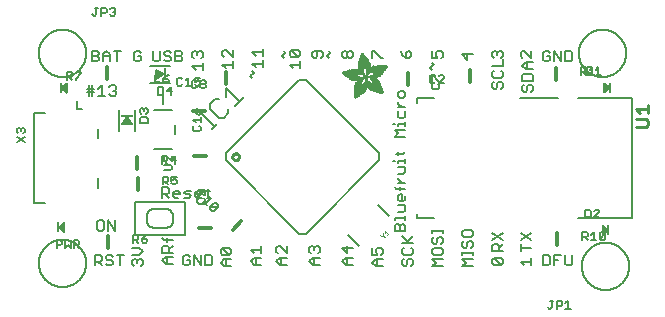
<source format=gbr>
G04 EAGLE Gerber RS-274X export*
G75*
%MOMM*%
%FSLAX34Y34*%
%LPD*%
%INSilkscreen Top*%
%IPPOS*%
%AMOC8*
5,1,8,0,0,1.08239X$1,22.5*%
G01*
%ADD10C,0.127000*%
%ADD11C,0.203200*%
%ADD12C,0.152400*%
%ADD13C,0.304800*%
%ADD14R,0.190500X0.889000*%
%ADD15C,0.254000*%
%ADD16C,0.025400*%
%ADD17R,1.000000X0.200000*%
%ADD18R,0.200000X1.000000*%
%ADD19C,0.228600*%
%ADD20R,0.006300X0.050800*%
%ADD21R,0.006400X0.082600*%
%ADD22R,0.006300X0.120600*%
%ADD23R,0.006400X0.139700*%
%ADD24R,0.006300X0.158800*%
%ADD25R,0.006400X0.177800*%
%ADD26R,0.006300X0.196800*%
%ADD27R,0.006400X0.215900*%
%ADD28R,0.006300X0.228600*%
%ADD29R,0.006400X0.241300*%
%ADD30R,0.006300X0.254000*%
%ADD31R,0.006400X0.266700*%
%ADD32R,0.006300X0.279400*%
%ADD33R,0.006400X0.285700*%
%ADD34R,0.006300X0.298400*%
%ADD35R,0.006400X0.311200*%
%ADD36R,0.006300X0.317500*%
%ADD37R,0.006400X0.330200*%
%ADD38R,0.006300X0.336600*%
%ADD39R,0.006400X0.349200*%
%ADD40R,0.006300X0.361900*%
%ADD41R,0.006400X0.368300*%
%ADD42R,0.006300X0.381000*%
%ADD43R,0.006400X0.387300*%
%ADD44R,0.006300X0.393700*%
%ADD45R,0.006400X0.406400*%
%ADD46R,0.006300X0.412700*%
%ADD47R,0.006400X0.419100*%
%ADD48R,0.006300X0.431800*%
%ADD49R,0.006400X0.438100*%
%ADD50R,0.006300X0.450800*%
%ADD51R,0.006400X0.457200*%
%ADD52R,0.006300X0.463500*%
%ADD53R,0.006400X0.476200*%
%ADD54R,0.006300X0.482600*%
%ADD55R,0.006400X0.488900*%
%ADD56R,0.006300X0.501600*%
%ADD57R,0.006400X0.508000*%
%ADD58R,0.006300X0.514300*%
%ADD59R,0.006400X0.527000*%
%ADD60R,0.006300X0.533400*%
%ADD61R,0.006400X0.546100*%
%ADD62R,0.006300X0.552400*%
%ADD63R,0.006400X0.558800*%
%ADD64R,0.006300X0.571500*%
%ADD65R,0.006400X0.577800*%
%ADD66R,0.006300X0.584200*%
%ADD67R,0.006400X0.596900*%
%ADD68R,0.006300X0.603200*%
%ADD69R,0.006400X0.609600*%
%ADD70R,0.006300X0.622300*%
%ADD71R,0.006400X0.628600*%
%ADD72R,0.006300X0.641300*%
%ADD73R,0.006400X0.647700*%
%ADD74R,0.006300X0.063500*%
%ADD75R,0.006300X0.654000*%
%ADD76R,0.006400X0.101600*%
%ADD77R,0.006400X0.666700*%
%ADD78R,0.006300X0.139700*%
%ADD79R,0.006300X0.673100*%
%ADD80R,0.006400X0.165100*%
%ADD81R,0.006400X0.679400*%
%ADD82R,0.006300X0.196900*%
%ADD83R,0.006300X0.692100*%
%ADD84R,0.006400X0.222200*%
%ADD85R,0.006400X0.698500*%
%ADD86R,0.006300X0.247700*%
%ADD87R,0.006300X0.704800*%
%ADD88R,0.006400X0.279400*%
%ADD89R,0.006400X0.717500*%
%ADD90R,0.006300X0.298500*%
%ADD91R,0.006300X0.723900*%
%ADD92R,0.006400X0.736600*%
%ADD93R,0.006300X0.342900*%
%ADD94R,0.006300X0.742900*%
%ADD95R,0.006400X0.374700*%
%ADD96R,0.006400X0.749300*%
%ADD97R,0.006300X0.762000*%
%ADD98R,0.006400X0.412700*%
%ADD99R,0.006400X0.768300*%
%ADD100R,0.006300X0.438100*%
%ADD101R,0.006300X0.774700*%
%ADD102R,0.006400X0.463600*%
%ADD103R,0.006400X0.787400*%
%ADD104R,0.006300X0.793700*%
%ADD105R,0.006400X0.495300*%
%ADD106R,0.006400X0.800100*%
%ADD107R,0.006300X0.520700*%
%ADD108R,0.006300X0.812800*%
%ADD109R,0.006400X0.533400*%
%ADD110R,0.006400X0.819100*%
%ADD111R,0.006300X0.558800*%
%ADD112R,0.006300X0.825500*%
%ADD113R,0.006400X0.577900*%
%ADD114R,0.006400X0.831800*%
%ADD115R,0.006300X0.596900*%
%ADD116R,0.006300X0.844500*%
%ADD117R,0.006400X0.616000*%
%ADD118R,0.006400X0.850900*%
%ADD119R,0.006300X0.635000*%
%ADD120R,0.006300X0.857200*%
%ADD121R,0.006400X0.654100*%
%ADD122R,0.006400X0.863600*%
%ADD123R,0.006300X0.666700*%
%ADD124R,0.006300X0.869900*%
%ADD125R,0.006400X0.685800*%
%ADD126R,0.006400X0.876300*%
%ADD127R,0.006300X0.882600*%
%ADD128R,0.006400X0.723900*%
%ADD129R,0.006400X0.889000*%
%ADD130R,0.006300X0.895300*%
%ADD131R,0.006400X0.755700*%
%ADD132R,0.006400X0.901700*%
%ADD133R,0.006300X0.908000*%
%ADD134R,0.006400X0.793800*%
%ADD135R,0.006400X0.914400*%
%ADD136R,0.006300X0.806400*%
%ADD137R,0.006300X0.920700*%
%ADD138R,0.006400X0.825500*%
%ADD139R,0.006400X0.927100*%
%ADD140R,0.006300X0.933400*%
%ADD141R,0.006400X0.857300*%
%ADD142R,0.006400X0.939800*%
%ADD143R,0.006300X0.870000*%
%ADD144R,0.006300X0.939800*%
%ADD145R,0.006400X0.946100*%
%ADD146R,0.006300X0.952500*%
%ADD147R,0.006400X0.908000*%
%ADD148R,0.006400X0.958800*%
%ADD149R,0.006300X0.965200*%
%ADD150R,0.006400X0.965200*%
%ADD151R,0.006300X0.971500*%
%ADD152R,0.006400X0.952500*%
%ADD153R,0.006400X0.977900*%
%ADD154R,0.006300X0.958800*%
%ADD155R,0.006300X0.984200*%
%ADD156R,0.006400X0.971500*%
%ADD157R,0.006400X0.984200*%
%ADD158R,0.006300X0.990600*%
%ADD159R,0.006400X0.984300*%
%ADD160R,0.006400X0.996900*%
%ADD161R,0.006300X0.997000*%
%ADD162R,0.006300X0.996900*%
%ADD163R,0.006400X1.003300*%
%ADD164R,0.006300X1.016000*%
%ADD165R,0.006300X1.009600*%
%ADD166R,0.006400X1.016000*%
%ADD167R,0.006400X1.009600*%
%ADD168R,0.006300X1.022300*%
%ADD169R,0.006400X1.028700*%
%ADD170R,0.006300X1.035100*%
%ADD171R,0.006400X1.047800*%
%ADD172R,0.006300X1.054100*%
%ADD173R,0.006300X1.028700*%
%ADD174R,0.006400X1.054100*%
%ADD175R,0.006400X1.035000*%
%ADD176R,0.006300X1.060400*%
%ADD177R,0.006300X1.035000*%
%ADD178R,0.006400X1.060500*%
%ADD179R,0.006400X1.041400*%
%ADD180R,0.006300X1.066800*%
%ADD181R,0.006300X1.041400*%
%ADD182R,0.006400X1.079500*%
%ADD183R,0.006400X1.047700*%
%ADD184R,0.006300X1.085900*%
%ADD185R,0.006300X1.047700*%
%ADD186R,0.006400X1.085800*%
%ADD187R,0.006300X1.092200*%
%ADD188R,0.006400X1.085900*%
%ADD189R,0.006300X1.098600*%
%ADD190R,0.006400X1.098600*%
%ADD191R,0.006400X1.060400*%
%ADD192R,0.006300X1.104900*%
%ADD193R,0.006400X1.104900*%
%ADD194R,0.006400X1.066800*%
%ADD195R,0.006300X1.111200*%
%ADD196R,0.006400X1.117600*%
%ADD197R,0.006300X1.117600*%
%ADD198R,0.006300X1.073100*%
%ADD199R,0.006400X1.073100*%
%ADD200R,0.006300X1.124000*%
%ADD201R,0.006300X1.079500*%
%ADD202R,0.006400X1.123900*%
%ADD203R,0.006300X1.130300*%
%ADD204R,0.006400X1.130300*%
%ADD205R,0.006400X1.136700*%
%ADD206R,0.006300X1.136700*%
%ADD207R,0.006300X1.085800*%
%ADD208R,0.006400X1.136600*%
%ADD209R,0.006300X1.136600*%
%ADD210R,0.006400X1.143000*%
%ADD211R,0.006300X1.143000*%
%ADD212R,0.006300X1.149400*%
%ADD213R,0.006300X1.149300*%
%ADD214R,0.006400X1.149300*%
%ADD215R,0.006400X1.149400*%
%ADD216R,0.006400X1.155700*%
%ADD217R,0.006300X1.155700*%
%ADD218R,0.006300X1.060500*%
%ADD219R,0.006400X2.197100*%
%ADD220R,0.006300X2.197100*%
%ADD221R,0.006300X2.184400*%
%ADD222R,0.006400X2.184400*%
%ADD223R,0.006400X2.171700*%
%ADD224R,0.006300X2.171700*%
%ADD225R,0.006400X1.530300*%
%ADD226R,0.006300X1.505000*%
%ADD227R,0.006400X1.492300*%
%ADD228R,0.006300X1.485900*%
%ADD229R,0.006300X0.565200*%
%ADD230R,0.006400X1.473200*%
%ADD231R,0.006400X0.565200*%
%ADD232R,0.006300X1.460500*%
%ADD233R,0.006400X1.454100*%
%ADD234R,0.006400X0.552400*%
%ADD235R,0.006300X1.441500*%
%ADD236R,0.006300X0.546100*%
%ADD237R,0.006400X1.435100*%
%ADD238R,0.006400X0.539800*%
%ADD239R,0.006300X1.428800*%
%ADD240R,0.006400X1.422400*%
%ADD241R,0.006300X1.409700*%
%ADD242R,0.006300X0.527100*%
%ADD243R,0.006400X1.403300*%
%ADD244R,0.006400X0.527100*%
%ADD245R,0.006300X1.390700*%
%ADD246R,0.006400X1.384300*%
%ADD247R,0.006400X0.520700*%
%ADD248R,0.006300X1.384300*%
%ADD249R,0.006300X0.514400*%
%ADD250R,0.006400X1.371600*%
%ADD251R,0.006300X1.365200*%
%ADD252R,0.006300X0.508000*%
%ADD253R,0.006400X1.352600*%
%ADD254R,0.006400X0.501700*%
%ADD255R,0.006300X0.711200*%
%ADD256R,0.006300X0.603300*%
%ADD257R,0.006300X0.501700*%
%ADD258R,0.006400X0.692100*%
%ADD259R,0.006400X0.571500*%
%ADD260R,0.006300X0.679400*%
%ADD261R,0.006300X0.495300*%
%ADD262R,0.006400X0.673100*%
%ADD263R,0.006300X0.666800*%
%ADD264R,0.006300X0.488900*%
%ADD265R,0.006400X0.660400*%
%ADD266R,0.006400X0.482600*%
%ADD267R,0.006300X0.476200*%
%ADD268R,0.006400X0.654000*%
%ADD269R,0.006400X0.469900*%
%ADD270R,0.006400X0.476300*%
%ADD271R,0.006300X0.647700*%
%ADD272R,0.006300X0.457200*%
%ADD273R,0.006300X0.469900*%
%ADD274R,0.006400X0.641300*%
%ADD275R,0.006400X0.444500*%
%ADD276R,0.006300X0.463600*%
%ADD277R,0.006400X0.635000*%
%ADD278R,0.006400X0.463500*%
%ADD279R,0.006400X0.393700*%
%ADD280R,0.006400X0.450800*%
%ADD281R,0.006300X0.628600*%
%ADD282R,0.006300X0.387400*%
%ADD283R,0.006300X0.450900*%
%ADD284R,0.006400X0.628700*%
%ADD285R,0.006400X0.374600*%
%ADD286R,0.006300X0.368300*%
%ADD287R,0.006300X0.438200*%
%ADD288R,0.006400X0.622300*%
%ADD289R,0.006400X0.355600*%
%ADD290R,0.006400X0.431800*%
%ADD291R,0.006300X0.349300*%
%ADD292R,0.006300X0.425400*%
%ADD293R,0.006300X0.615900*%
%ADD294R,0.006300X0.330200*%
%ADD295R,0.006300X0.419100*%
%ADD296R,0.006300X0.616000*%
%ADD297R,0.006300X0.311200*%
%ADD298R,0.006300X0.406400*%
%ADD299R,0.006400X0.615900*%
%ADD300R,0.006400X0.304800*%
%ADD301R,0.006400X0.158800*%
%ADD302R,0.006300X0.609600*%
%ADD303R,0.006300X0.292100*%
%ADD304R,0.006300X0.235000*%
%ADD305R,0.006400X0.387400*%
%ADD306R,0.006400X0.292100*%
%ADD307R,0.006300X0.336500*%
%ADD308R,0.006300X0.260400*%
%ADD309R,0.006400X0.603300*%
%ADD310R,0.006400X0.260400*%
%ADD311R,0.006400X0.362000*%
%ADD312R,0.006400X0.450900*%
%ADD313R,0.006300X0.355600*%
%ADD314R,0.006400X0.342900*%
%ADD315R,0.006400X0.514300*%
%ADD316R,0.006300X0.234900*%
%ADD317R,0.006300X0.539700*%
%ADD318R,0.006400X0.603200*%
%ADD319R,0.006400X0.234900*%
%ADD320R,0.006400X0.920700*%
%ADD321R,0.006400X0.958900*%
%ADD322R,0.006300X0.215900*%
%ADD323R,0.006400X0.209600*%
%ADD324R,0.006300X0.203200*%
%ADD325R,0.006300X1.003300*%
%ADD326R,0.006400X0.203200*%
%ADD327R,0.006400X0.196900*%
%ADD328R,0.006300X0.190500*%
%ADD329R,0.006400X0.190500*%
%ADD330R,0.006300X0.184200*%
%ADD331R,0.006400X0.590500*%
%ADD332R,0.006400X0.184200*%
%ADD333R,0.006300X0.590500*%
%ADD334R,0.006300X0.177800*%
%ADD335R,0.006400X0.584200*%
%ADD336R,0.006400X1.168400*%
%ADD337R,0.006300X0.171500*%
%ADD338R,0.006300X1.187500*%
%ADD339R,0.006400X1.200100*%
%ADD340R,0.006300X0.577800*%
%ADD341R,0.006300X1.212900*%
%ADD342R,0.006400X1.231900*%
%ADD343R,0.006300X1.250900*%
%ADD344R,0.006400X0.565100*%
%ADD345R,0.006400X0.184100*%
%ADD346R,0.006400X1.263700*%
%ADD347R,0.006300X0.565100*%
%ADD348R,0.006300X1.289100*%
%ADD349R,0.006400X1.314400*%
%ADD350R,0.006300X0.552500*%
%ADD351R,0.006300X1.568500*%
%ADD352R,0.006400X0.552500*%
%ADD353R,0.006400X1.581200*%
%ADD354R,0.006300X1.593800*%
%ADD355R,0.006400X1.606500*%
%ADD356R,0.006300X1.619300*%
%ADD357R,0.006400X0.514400*%
%ADD358R,0.006400X1.638300*%
%ADD359R,0.006300X1.657300*%
%ADD360R,0.006400X2.209800*%
%ADD361R,0.006300X2.425700*%
%ADD362R,0.006400X2.470100*%
%ADD363R,0.006300X2.501900*%
%ADD364R,0.006400X2.533700*%
%ADD365R,0.006300X2.559000*%
%ADD366R,0.006400X2.584500*%
%ADD367R,0.006300X2.609900*%
%ADD368R,0.006400X2.628900*%
%ADD369R,0.006300X2.660600*%
%ADD370R,0.006400X2.673400*%
%ADD371R,0.006300X1.422400*%
%ADD372R,0.006300X1.200200*%
%ADD373R,0.006300X1.365300*%
%ADD374R,0.006400X1.365300*%
%ADD375R,0.006300X1.352500*%
%ADD376R,0.006300X1.098500*%
%ADD377R,0.006400X1.358900*%
%ADD378R,0.006300X1.352600*%
%ADD379R,0.006300X1.358900*%
%ADD380R,0.006300X1.371600*%
%ADD381R,0.006400X1.377900*%
%ADD382R,0.006400X1.397000*%
%ADD383R,0.006300X1.403300*%
%ADD384R,0.006300X0.914400*%
%ADD385R,0.006300X0.876300*%
%ADD386R,0.006300X0.374600*%
%ADD387R,0.006400X1.073200*%
%ADD388R,0.006300X0.374700*%
%ADD389R,0.006400X0.844600*%
%ADD390R,0.006300X0.844600*%
%ADD391R,0.006400X0.831900*%
%ADD392R,0.006400X1.092200*%
%ADD393R,0.006300X0.400000*%
%ADD394R,0.006400X0.819200*%
%ADD395R,0.006400X1.111300*%
%ADD396R,0.006400X0.812800*%
%ADD397R,0.006300X0.800100*%
%ADD398R,0.006300X0.476300*%
%ADD399R,0.006300X1.181100*%
%ADD400R,0.006400X0.501600*%
%ADD401R,0.006400X1.193800*%
%ADD402R,0.006400X0.781000*%
%ADD403R,0.006400X1.238200*%
%ADD404R,0.006300X0.781100*%
%ADD405R,0.006300X1.257300*%
%ADD406R,0.006400X1.295400*%
%ADD407R,0.006300X1.333500*%
%ADD408R,0.006400X0.774700*%
%ADD409R,0.006400X1.866900*%
%ADD410R,0.006300X0.209600*%
%ADD411R,0.006300X1.866900*%
%ADD412R,0.006400X0.768400*%
%ADD413R,0.006400X0.209500*%
%ADD414R,0.006400X1.860600*%
%ADD415R,0.006400X0.762000*%
%ADD416R,0.006300X0.768400*%
%ADD417R,0.006300X1.860600*%
%ADD418R,0.006400X1.860500*%
%ADD419R,0.006300X0.222300*%
%ADD420R,0.006300X1.854200*%
%ADD421R,0.006400X0.235000*%
%ADD422R,0.006400X1.854200*%
%ADD423R,0.006300X0.768300*%
%ADD424R,0.006400X0.260300*%
%ADD425R,0.006400X1.847800*%
%ADD426R,0.006300X0.266700*%
%ADD427R,0.006300X1.847800*%
%ADD428R,0.006400X0.273100*%
%ADD429R,0.006400X1.841500*%
%ADD430R,0.006300X0.285800*%
%ADD431R,0.006300X1.841500*%
%ADD432R,0.006400X0.298500*%
%ADD433R,0.006400X1.835100*%
%ADD434R,0.006300X0.781000*%
%ADD435R,0.006300X0.304800*%
%ADD436R,0.006300X1.835100*%
%ADD437R,0.006400X0.317500*%
%ADD438R,0.006400X1.828800*%
%ADD439R,0.006300X0.787400*%
%ADD440R,0.006300X0.323800*%
%ADD441R,0.006300X1.828800*%
%ADD442R,0.006400X0.793700*%
%ADD443R,0.006400X1.822400*%
%ADD444R,0.006300X0.806500*%
%ADD445R,0.006300X1.822400*%
%ADD446R,0.006400X1.816100*%
%ADD447R,0.006300X0.819100*%
%ADD448R,0.006300X0.387300*%
%ADD449R,0.006300X1.816100*%
%ADD450R,0.006400X1.809800*%
%ADD451R,0.006300X1.803400*%
%ADD452R,0.006400X1.797000*%
%ADD453R,0.006300X0.901700*%
%ADD454R,0.006300X1.797000*%
%ADD455R,0.006400X1.441400*%
%ADD456R,0.006400X1.790700*%
%ADD457R,0.006300X1.447800*%
%ADD458R,0.006300X1.784300*%
%ADD459R,0.006400X1.447800*%
%ADD460R,0.006400X1.784300*%
%ADD461R,0.006300X1.454100*%
%ADD462R,0.006300X1.771700*%
%ADD463R,0.006400X1.460500*%
%ADD464R,0.006400X1.759000*%
%ADD465R,0.006300X1.466800*%
%ADD466R,0.006300X1.752600*%
%ADD467R,0.006400X1.466800*%
%ADD468R,0.006400X1.739900*%
%ADD469R,0.006300X1.473200*%
%ADD470R,0.006300X1.727200*%
%ADD471R,0.006400X1.479500*%
%ADD472R,0.006400X1.714500*%
%ADD473R,0.006300X1.695400*%
%ADD474R,0.006400X1.485900*%
%ADD475R,0.006400X1.682700*%
%ADD476R,0.006300X1.492200*%
%ADD477R,0.006300X1.663700*%
%ADD478R,0.006400X1.498600*%
%ADD479R,0.006400X1.644600*%
%ADD480R,0.006300X1.498600*%
%ADD481R,0.006300X1.619200*%
%ADD482R,0.006400X1.511300*%
%ADD483R,0.006400X1.600200*%
%ADD484R,0.006300X1.517700*%
%ADD485R,0.006300X1.574800*%
%ADD486R,0.006400X1.524000*%
%ADD487R,0.006400X1.555800*%
%ADD488R,0.006300X1.524000*%
%ADD489R,0.006300X1.536700*%
%ADD490R,0.006400X1.530400*%
%ADD491R,0.006400X1.517700*%
%ADD492R,0.006300X1.492300*%
%ADD493R,0.006400X1.549400*%
%ADD494R,0.006400X1.479600*%
%ADD495R,0.006300X1.549400*%
%ADD496R,0.006400X1.555700*%
%ADD497R,0.006300X1.562100*%
%ADD498R,0.006300X0.323900*%
%ADD499R,0.006400X1.568400*%
%ADD500R,0.006400X0.336600*%
%ADD501R,0.006300X1.587500*%
%ADD502R,0.006300X0.971600*%
%ADD503R,0.006400X0.349300*%
%ADD504R,0.006300X1.600200*%
%ADD505R,0.006300X0.920800*%
%ADD506R,0.006400X0.882700*%
%ADD507R,0.006300X1.612900*%
%ADD508R,0.006300X0.362000*%
%ADD509R,0.006400X1.625600*%
%ADD510R,0.006300X1.625600*%
%ADD511R,0.006300X1.644600*%
%ADD512R,0.006300X0.736600*%
%ADD513R,0.006400X0.717600*%
%ADD514R,0.006300X1.657400*%
%ADD515R,0.006300X0.679500*%
%ADD516R,0.006400X1.663700*%
%ADD517R,0.006400X0.400000*%
%ADD518R,0.006300X1.676400*%
%ADD519R,0.006400X1.676400*%
%ADD520R,0.006400X0.425500*%
%ADD521R,0.006400X1.352500*%
%ADD522R,0.006300X0.444500*%
%ADD523R,0.006400X0.361900*%
%ADD524R,0.006300X0.088900*%
%ADD525R,0.006300X1.009700*%
%ADD526R,0.006400X1.009700*%
%ADD527R,0.006400X1.022300*%
%ADD528R,0.006400X1.346200*%
%ADD529R,0.006300X1.346200*%
%ADD530R,0.006400X1.339900*%
%ADD531R,0.006400X1.035100*%
%ADD532R,0.006300X1.339800*%
%ADD533R,0.006400X1.333500*%
%ADD534R,0.006400X1.327200*%
%ADD535R,0.006300X1.320800*%
%ADD536R,0.006400X1.314500*%
%ADD537R,0.006300X1.314400*%
%ADD538R,0.006400X1.301700*%
%ADD539R,0.006300X1.295400*%
%ADD540R,0.006400X1.289000*%
%ADD541R,0.006300X1.276300*%
%ADD542R,0.006300X1.251000*%
%ADD543R,0.006400X1.244600*%
%ADD544R,0.006300X1.231900*%
%ADD545R,0.006400X1.212800*%
%ADD546R,0.006300X1.200100*%
%ADD547R,0.006400X1.187400*%
%ADD548R,0.006300X1.168400*%
%ADD549R,0.006300X1.047800*%
%ADD550R,0.006300X0.977900*%
%ADD551R,0.006400X0.946200*%
%ADD552R,0.006400X0.933400*%
%ADD553R,0.006400X0.895300*%
%ADD554R,0.006300X0.882700*%
%ADD555R,0.006300X0.863600*%
%ADD556R,0.006400X0.857200*%
%ADD557R,0.006300X0.850900*%
%ADD558R,0.006300X0.838200*%
%ADD559R,0.006400X0.806500*%
%ADD560R,0.006300X0.717600*%
%ADD561R,0.006400X0.711200*%
%ADD562R,0.006400X0.641400*%
%ADD563R,0.006300X0.641400*%
%ADD564R,0.006300X0.628700*%
%ADD565R,0.006300X0.590600*%
%ADD566R,0.006400X0.539700*%
%ADD567R,0.006300X0.285700*%
%ADD568R,0.006300X0.222200*%
%ADD569R,0.006300X0.171400*%
%ADD570R,0.006400X0.152400*%
%ADD571R,0.006300X0.133400*%

G36*
X482657Y48774D02*
X482657Y48774D01*
X482675Y48772D01*
X482777Y48800D01*
X482880Y48822D01*
X482895Y48831D01*
X482912Y48836D01*
X483057Y48921D01*
X488137Y52731D01*
X488140Y52734D01*
X488144Y52736D01*
X488225Y52823D01*
X488307Y52908D01*
X488309Y52912D01*
X488312Y52915D01*
X488362Y53024D01*
X488412Y53131D01*
X488412Y53135D01*
X488414Y53139D01*
X488427Y53257D01*
X488440Y53375D01*
X488440Y53379D01*
X488440Y53384D01*
X488414Y53500D01*
X488390Y53616D01*
X488387Y53620D01*
X488386Y53624D01*
X488325Y53726D01*
X488265Y53828D01*
X488261Y53831D01*
X488259Y53834D01*
X488137Y53949D01*
X483057Y57759D01*
X483041Y57767D01*
X483028Y57780D01*
X483013Y57787D01*
X483005Y57793D01*
X482955Y57813D01*
X482932Y57824D01*
X482839Y57873D01*
X482821Y57876D01*
X482805Y57883D01*
X482700Y57895D01*
X482596Y57911D01*
X482578Y57908D01*
X482561Y57910D01*
X482458Y57888D01*
X482353Y57870D01*
X482338Y57862D01*
X482320Y57858D01*
X482230Y57804D01*
X482137Y57754D01*
X482124Y57741D01*
X482109Y57732D01*
X482040Y57652D01*
X481968Y57575D01*
X481961Y57558D01*
X481949Y57545D01*
X481910Y57447D01*
X481866Y57351D01*
X481864Y57333D01*
X481857Y57317D01*
X481839Y57150D01*
X481839Y49530D01*
X481842Y49512D01*
X481840Y49495D01*
X481861Y49391D01*
X481879Y49287D01*
X481887Y49272D01*
X481891Y49254D01*
X481944Y49163D01*
X481994Y49070D01*
X482006Y49058D01*
X482016Y49042D01*
X482095Y48973D01*
X482172Y48901D01*
X482188Y48893D01*
X482202Y48881D01*
X482299Y48841D01*
X482395Y48797D01*
X482413Y48795D01*
X482429Y48788D01*
X482535Y48781D01*
X482639Y48770D01*
X482657Y48774D01*
G37*
G36*
X483927Y169424D02*
X483927Y169424D01*
X483945Y169422D01*
X484047Y169450D01*
X484150Y169472D01*
X484165Y169481D01*
X484182Y169486D01*
X484327Y169571D01*
X489407Y173381D01*
X489410Y173384D01*
X489414Y173386D01*
X489495Y173473D01*
X489577Y173558D01*
X489579Y173562D01*
X489582Y173565D01*
X489632Y173674D01*
X489682Y173781D01*
X489682Y173785D01*
X489684Y173789D01*
X489697Y173907D01*
X489710Y174025D01*
X489710Y174029D01*
X489710Y174034D01*
X489684Y174150D01*
X489660Y174266D01*
X489657Y174270D01*
X489656Y174274D01*
X489595Y174376D01*
X489535Y174478D01*
X489531Y174481D01*
X489529Y174484D01*
X489407Y174599D01*
X484327Y178409D01*
X484311Y178417D01*
X484298Y178430D01*
X484283Y178437D01*
X484275Y178443D01*
X484225Y178463D01*
X484202Y178474D01*
X484109Y178523D01*
X484091Y178526D01*
X484075Y178533D01*
X483970Y178545D01*
X483866Y178561D01*
X483848Y178558D01*
X483831Y178560D01*
X483728Y178538D01*
X483623Y178520D01*
X483608Y178512D01*
X483590Y178508D01*
X483500Y178454D01*
X483407Y178404D01*
X483394Y178391D01*
X483379Y178382D01*
X483310Y178302D01*
X483238Y178225D01*
X483231Y178208D01*
X483219Y178195D01*
X483180Y178097D01*
X483136Y178001D01*
X483134Y177983D01*
X483127Y177967D01*
X483109Y177800D01*
X483109Y170180D01*
X483112Y170162D01*
X483110Y170145D01*
X483131Y170041D01*
X483149Y169937D01*
X483157Y169922D01*
X483161Y169904D01*
X483214Y169813D01*
X483264Y169720D01*
X483276Y169708D01*
X483286Y169692D01*
X483365Y169623D01*
X483442Y169551D01*
X483458Y169543D01*
X483472Y169531D01*
X483569Y169491D01*
X483665Y169447D01*
X483683Y169445D01*
X483699Y169438D01*
X483805Y169431D01*
X483909Y169420D01*
X483927Y169424D01*
G37*
G36*
X29012Y169022D02*
X29012Y169022D01*
X29029Y169020D01*
X29132Y169042D01*
X29237Y169060D01*
X29252Y169068D01*
X29270Y169072D01*
X29360Y169126D01*
X29454Y169176D01*
X29466Y169189D01*
X29481Y169198D01*
X29550Y169278D01*
X29622Y169355D01*
X29629Y169372D01*
X29641Y169385D01*
X29680Y169483D01*
X29724Y169579D01*
X29726Y169597D01*
X29733Y169613D01*
X29751Y169780D01*
X29751Y177400D01*
X29749Y177417D01*
X29750Y177432D01*
X29750Y177435D01*
X29729Y177539D01*
X29712Y177643D01*
X29703Y177658D01*
X29700Y177676D01*
X29646Y177767D01*
X29596Y177860D01*
X29584Y177872D01*
X29575Y177888D01*
X29495Y177957D01*
X29418Y178030D01*
X29402Y178037D01*
X29388Y178049D01*
X29291Y178089D01*
X29195Y178133D01*
X29177Y178135D01*
X29161Y178142D01*
X29055Y178149D01*
X28951Y178160D01*
X28933Y178156D01*
X28915Y178158D01*
X28813Y178130D01*
X28740Y178114D01*
X28737Y178114D01*
X28710Y178108D01*
X28695Y178099D01*
X28678Y178094D01*
X28533Y178009D01*
X23453Y174199D01*
X23450Y174196D01*
X23447Y174194D01*
X23365Y174107D01*
X23283Y174022D01*
X23281Y174018D01*
X23278Y174015D01*
X23228Y173906D01*
X23178Y173799D01*
X23178Y173795D01*
X23176Y173791D01*
X23163Y173673D01*
X23150Y173555D01*
X23150Y173551D01*
X23150Y173546D01*
X23176Y173430D01*
X23201Y173314D01*
X23203Y173310D01*
X23204Y173306D01*
X23265Y173204D01*
X23326Y173102D01*
X23329Y173099D01*
X23331Y173096D01*
X23453Y172981D01*
X28533Y169171D01*
X28549Y169163D01*
X28562Y169151D01*
X28658Y169106D01*
X28751Y169057D01*
X28769Y169054D01*
X28785Y169047D01*
X28890Y169035D01*
X28994Y169019D01*
X29012Y169022D01*
G37*
G36*
X26832Y51202D02*
X26832Y51202D01*
X26849Y51200D01*
X26952Y51222D01*
X27057Y51240D01*
X27072Y51248D01*
X27090Y51252D01*
X27180Y51306D01*
X27274Y51356D01*
X27286Y51369D01*
X27301Y51378D01*
X27370Y51458D01*
X27442Y51535D01*
X27449Y51552D01*
X27461Y51565D01*
X27500Y51663D01*
X27544Y51759D01*
X27546Y51777D01*
X27553Y51793D01*
X27571Y51960D01*
X27571Y59580D01*
X27569Y59597D01*
X27570Y59612D01*
X27570Y59615D01*
X27549Y59719D01*
X27532Y59823D01*
X27523Y59838D01*
X27520Y59856D01*
X27466Y59947D01*
X27416Y60040D01*
X27404Y60052D01*
X27395Y60068D01*
X27315Y60137D01*
X27238Y60210D01*
X27222Y60217D01*
X27208Y60229D01*
X27111Y60269D01*
X27015Y60313D01*
X26997Y60315D01*
X26981Y60322D01*
X26875Y60329D01*
X26771Y60340D01*
X26753Y60336D01*
X26735Y60338D01*
X26633Y60310D01*
X26560Y60294D01*
X26557Y60294D01*
X26530Y60288D01*
X26515Y60279D01*
X26498Y60274D01*
X26353Y60189D01*
X21273Y56379D01*
X21270Y56376D01*
X21267Y56374D01*
X21185Y56287D01*
X21103Y56202D01*
X21101Y56198D01*
X21098Y56195D01*
X21048Y56086D01*
X20998Y55979D01*
X20998Y55975D01*
X20996Y55971D01*
X20983Y55853D01*
X20970Y55735D01*
X20970Y55731D01*
X20970Y55726D01*
X20996Y55610D01*
X21021Y55494D01*
X21023Y55490D01*
X21024Y55486D01*
X21085Y55384D01*
X21146Y55282D01*
X21149Y55279D01*
X21151Y55276D01*
X21273Y55161D01*
X26353Y51351D01*
X26369Y51343D01*
X26382Y51331D01*
X26478Y51286D01*
X26571Y51237D01*
X26589Y51234D01*
X26605Y51227D01*
X26710Y51215D01*
X26814Y51199D01*
X26832Y51202D01*
G37*
G36*
X105995Y182413D02*
X105995Y182413D01*
X106066Y182411D01*
X106136Y182430D01*
X106207Y182438D01*
X106262Y182463D01*
X106341Y182483D01*
X106444Y182544D01*
X106513Y182575D01*
X109513Y184575D01*
X109600Y184652D01*
X109690Y184725D01*
X109705Y184747D01*
X109725Y184765D01*
X109787Y184862D01*
X109854Y184957D01*
X109862Y184983D01*
X109877Y185005D01*
X109909Y185116D01*
X109947Y185226D01*
X109948Y185253D01*
X109955Y185278D01*
X109955Y185394D01*
X109961Y185510D01*
X109955Y185536D01*
X109955Y185563D01*
X109923Y185674D01*
X109897Y185787D01*
X109884Y185810D01*
X109876Y185836D01*
X109814Y185934D01*
X109758Y186035D01*
X109740Y186051D01*
X109725Y186076D01*
X109517Y186261D01*
X109513Y186265D01*
X106513Y188265D01*
X106449Y188296D01*
X106389Y188336D01*
X106321Y188357D01*
X106257Y188388D01*
X106186Y188400D01*
X106118Y188421D01*
X106047Y188423D01*
X105977Y188435D01*
X105905Y188427D01*
X105834Y188429D01*
X105765Y188411D01*
X105694Y188402D01*
X105628Y188375D01*
X105559Y188357D01*
X105498Y188320D01*
X105432Y188293D01*
X105376Y188248D01*
X105314Y188212D01*
X105265Y188160D01*
X105210Y188115D01*
X105169Y188057D01*
X105120Y188004D01*
X105087Y187941D01*
X105046Y187883D01*
X105023Y187815D01*
X104990Y187751D01*
X104980Y187692D01*
X104953Y187614D01*
X104947Y187495D01*
X104935Y187420D01*
X104935Y183420D01*
X104945Y183349D01*
X104945Y183277D01*
X104965Y183209D01*
X104975Y183139D01*
X105004Y183073D01*
X105024Y183004D01*
X105062Y182944D01*
X105091Y182879D01*
X105137Y182824D01*
X105175Y182764D01*
X105229Y182716D01*
X105275Y182662D01*
X105334Y182622D01*
X105388Y182575D01*
X105452Y182544D01*
X105511Y182505D01*
X105580Y182483D01*
X105644Y182452D01*
X105714Y182440D01*
X105782Y182419D01*
X105854Y182417D01*
X105925Y182405D01*
X105995Y182413D01*
G37*
G36*
X82081Y143045D02*
X82081Y143045D01*
X82153Y143045D01*
X82221Y143065D01*
X82292Y143075D01*
X82357Y143104D01*
X82426Y143124D01*
X82486Y143162D01*
X82551Y143191D01*
X82606Y143237D01*
X82666Y143275D01*
X82714Y143329D01*
X82768Y143375D01*
X82808Y143434D01*
X82855Y143488D01*
X82886Y143552D01*
X82926Y143611D01*
X82947Y143680D01*
X82978Y143744D01*
X82990Y143814D01*
X83011Y143882D01*
X83013Y143954D01*
X83025Y144025D01*
X83017Y144095D01*
X83019Y144166D01*
X83000Y144236D01*
X82992Y144307D01*
X82967Y144362D01*
X82947Y144441D01*
X82886Y144544D01*
X82855Y144613D01*
X80855Y147613D01*
X80778Y147700D01*
X80705Y147790D01*
X80683Y147805D01*
X80665Y147825D01*
X80568Y147887D01*
X80473Y147954D01*
X80447Y147962D01*
X80425Y147977D01*
X80314Y148009D01*
X80204Y148047D01*
X80177Y148048D01*
X80152Y148055D01*
X80036Y148055D01*
X79920Y148061D01*
X79894Y148055D01*
X79867Y148055D01*
X79756Y148023D01*
X79643Y147997D01*
X79620Y147984D01*
X79594Y147976D01*
X79496Y147914D01*
X79395Y147858D01*
X79379Y147840D01*
X79354Y147825D01*
X79169Y147617D01*
X79165Y147613D01*
X77165Y144613D01*
X77134Y144549D01*
X77095Y144489D01*
X77073Y144421D01*
X77042Y144357D01*
X77030Y144286D01*
X77009Y144218D01*
X77007Y144147D01*
X76995Y144077D01*
X77003Y144005D01*
X77001Y143934D01*
X77019Y143865D01*
X77028Y143794D01*
X77055Y143728D01*
X77073Y143659D01*
X77110Y143598D01*
X77137Y143532D01*
X77182Y143476D01*
X77219Y143414D01*
X77270Y143365D01*
X77315Y143310D01*
X77374Y143269D01*
X77426Y143220D01*
X77489Y143187D01*
X77547Y143146D01*
X77615Y143123D01*
X77679Y143090D01*
X77738Y143080D01*
X77816Y143053D01*
X77935Y143047D01*
X78010Y143035D01*
X82010Y143035D01*
X82081Y143045D01*
G37*
D10*
X102172Y205113D02*
X102172Y197698D01*
X103655Y196215D01*
X106621Y196215D01*
X108104Y197698D01*
X108104Y205113D01*
X115976Y205113D02*
X117459Y203630D01*
X115976Y205113D02*
X113010Y205113D01*
X111527Y203630D01*
X111527Y202147D01*
X113010Y200664D01*
X115976Y200664D01*
X117459Y199181D01*
X117459Y197698D01*
X115976Y196215D01*
X113010Y196215D01*
X111527Y197698D01*
X120883Y196215D02*
X120883Y205113D01*
X125331Y205113D01*
X126814Y203630D01*
X126814Y202147D01*
X125331Y200664D01*
X126814Y199181D01*
X126814Y197698D01*
X125331Y196215D01*
X120883Y196215D01*
X120883Y200664D02*
X125331Y200664D01*
X52642Y32393D02*
X52642Y23495D01*
X52642Y32393D02*
X57091Y32393D01*
X58574Y30910D01*
X58574Y27944D01*
X57091Y26461D01*
X52642Y26461D01*
X55608Y26461D02*
X58574Y23495D01*
X66446Y32393D02*
X67929Y30910D01*
X66446Y32393D02*
X63480Y32393D01*
X61997Y30910D01*
X61997Y29427D01*
X63480Y27944D01*
X66446Y27944D01*
X67929Y26461D01*
X67929Y24978D01*
X66446Y23495D01*
X63480Y23495D01*
X61997Y24978D01*
X74318Y23495D02*
X74318Y32393D01*
X71353Y32393D02*
X77284Y32393D01*
X112813Y24991D02*
X118745Y24991D01*
X112813Y24991D02*
X109847Y27957D01*
X112813Y30923D01*
X118745Y30923D01*
X114296Y30923D02*
X114296Y24991D01*
X118745Y34347D02*
X109847Y34347D01*
X109847Y38795D01*
X111330Y40278D01*
X114296Y40278D01*
X115779Y38795D01*
X115779Y34347D01*
X115779Y37312D02*
X118745Y40278D01*
X118745Y45185D02*
X111330Y45185D01*
X109847Y46668D01*
X114296Y46668D02*
X114296Y43702D01*
X85930Y23030D02*
X84447Y24513D01*
X84447Y27479D01*
X85930Y28962D01*
X87413Y28962D01*
X88896Y27479D01*
X88896Y25996D01*
X88896Y27479D02*
X90379Y28962D01*
X91862Y28962D01*
X93345Y27479D01*
X93345Y24513D01*
X91862Y23030D01*
X90379Y32385D02*
X84447Y32385D01*
X90379Y32385D02*
X93345Y35351D01*
X90379Y38317D01*
X84447Y38317D01*
X290613Y23030D02*
X296545Y23030D01*
X290613Y23030D02*
X287647Y25996D01*
X290613Y28962D01*
X296545Y28962D01*
X292096Y28962D02*
X292096Y23030D01*
X287647Y32385D02*
X287647Y38317D01*
X287647Y32385D02*
X292096Y32385D01*
X290613Y35351D01*
X290613Y36834D01*
X292096Y38317D01*
X295062Y38317D01*
X296545Y36834D01*
X296545Y33868D01*
X295062Y32385D01*
X271145Y24300D02*
X265213Y24300D01*
X262247Y27266D01*
X265213Y30232D01*
X271145Y30232D01*
X266696Y30232D02*
X266696Y24300D01*
X271145Y38104D02*
X262247Y38104D01*
X266696Y33655D01*
X266696Y39587D01*
X243205Y24300D02*
X237273Y24300D01*
X234307Y27266D01*
X237273Y30232D01*
X243205Y30232D01*
X238756Y30232D02*
X238756Y24300D01*
X235790Y33655D02*
X234307Y35138D01*
X234307Y38104D01*
X235790Y39587D01*
X237273Y39587D01*
X238756Y38104D01*
X238756Y36621D01*
X238756Y38104D02*
X240239Y39587D01*
X241722Y39587D01*
X243205Y38104D01*
X243205Y35138D01*
X241722Y33655D01*
X215265Y24300D02*
X209333Y24300D01*
X206367Y27266D01*
X209333Y30232D01*
X215265Y30232D01*
X210816Y30232D02*
X210816Y24300D01*
X215265Y33655D02*
X215265Y39587D01*
X215265Y33655D02*
X209333Y39587D01*
X207850Y39587D01*
X206367Y38104D01*
X206367Y35138D01*
X207850Y33655D01*
X193675Y24300D02*
X187743Y24300D01*
X184777Y27266D01*
X187743Y30232D01*
X193675Y30232D01*
X189226Y30232D02*
X189226Y24300D01*
X187743Y33655D02*
X184777Y36621D01*
X193675Y36621D01*
X193675Y33655D02*
X193675Y39587D01*
X168275Y23030D02*
X162343Y23030D01*
X159377Y25996D01*
X162343Y28962D01*
X168275Y28962D01*
X163826Y28962D02*
X163826Y23030D01*
X166792Y32385D02*
X160860Y32385D01*
X159377Y33868D01*
X159377Y36834D01*
X160860Y38317D01*
X166792Y38317D01*
X168275Y36834D01*
X168275Y33868D01*
X166792Y32385D01*
X160860Y38317D01*
X138213Y189400D02*
X135247Y192366D01*
X144145Y192366D01*
X144145Y189400D02*
X144145Y195332D01*
X136730Y198755D02*
X135247Y200238D01*
X135247Y203204D01*
X136730Y204687D01*
X138213Y204687D01*
X139696Y203204D01*
X139696Y201721D01*
X139696Y203204D02*
X141179Y204687D01*
X142662Y204687D01*
X144145Y203204D01*
X144145Y200238D01*
X142662Y198755D01*
X336964Y190883D02*
X338447Y189400D01*
X336964Y190883D02*
X339930Y193849D01*
X338447Y195332D01*
X338447Y198755D02*
X338447Y204687D01*
X338447Y198755D02*
X342896Y198755D01*
X341413Y201721D01*
X341413Y203204D01*
X342896Y204687D01*
X345862Y204687D01*
X347345Y203204D01*
X347345Y200238D01*
X345862Y198755D01*
X186047Y182182D02*
X184564Y183665D01*
X187530Y186631D01*
X186047Y188114D01*
X189013Y191537D02*
X186047Y194503D01*
X194945Y194503D01*
X194945Y191537D02*
X194945Y197469D01*
X189013Y200893D02*
X186047Y203858D01*
X194945Y203858D01*
X194945Y200893D02*
X194945Y206824D01*
X217797Y193636D02*
X220763Y190670D01*
X217797Y193636D02*
X226695Y193636D01*
X226695Y190670D02*
X226695Y196602D01*
X225212Y200025D02*
X219280Y200025D01*
X217797Y201508D01*
X217797Y204474D01*
X219280Y205957D01*
X225212Y205957D01*
X226695Y204474D01*
X226695Y201508D01*
X225212Y200025D01*
X219280Y205957D01*
X244262Y199157D02*
X245745Y200640D01*
X245745Y203606D01*
X244262Y205089D01*
X238330Y205089D01*
X236847Y203606D01*
X236847Y200640D01*
X238330Y199157D01*
X239813Y199157D01*
X241296Y200640D01*
X241296Y205089D01*
X262247Y200640D02*
X263730Y199157D01*
X262247Y200640D02*
X262247Y203606D01*
X263730Y205089D01*
X265213Y205089D01*
X266696Y203606D01*
X268179Y205089D01*
X269662Y205089D01*
X271145Y203606D01*
X271145Y200640D01*
X269662Y199157D01*
X268179Y199157D01*
X266696Y200640D01*
X265213Y199157D01*
X263730Y199157D01*
X266696Y200640D02*
X266696Y203606D01*
X436821Y205113D02*
X438304Y203630D01*
X436821Y205113D02*
X433855Y205113D01*
X432372Y203630D01*
X432372Y197698D01*
X433855Y196215D01*
X436821Y196215D01*
X438304Y197698D01*
X438304Y200664D01*
X435338Y200664D01*
X441727Y196215D02*
X441727Y205113D01*
X447659Y196215D01*
X447659Y205113D01*
X451083Y205113D02*
X451083Y196215D01*
X455531Y196215D01*
X457014Y197698D01*
X457014Y203630D01*
X455531Y205113D01*
X451083Y205113D01*
X287647Y205089D02*
X287647Y199157D01*
X287647Y205089D02*
X289130Y205089D01*
X295062Y199157D01*
X296545Y199157D01*
X314530Y29364D02*
X313047Y27881D01*
X313047Y24915D01*
X314530Y23432D01*
X316013Y23432D01*
X317496Y24915D01*
X317496Y27881D01*
X318979Y29364D01*
X320462Y29364D01*
X321945Y27881D01*
X321945Y24915D01*
X320462Y23432D01*
X313047Y37236D02*
X314530Y38719D01*
X313047Y37236D02*
X313047Y34270D01*
X314530Y32787D01*
X320462Y32787D01*
X321945Y34270D01*
X321945Y37236D01*
X320462Y38719D01*
X321945Y42143D02*
X313047Y42143D01*
X313047Y48074D02*
X318979Y42143D01*
X317496Y43626D02*
X321945Y48074D01*
X338447Y22854D02*
X347345Y22854D01*
X341413Y25820D02*
X338447Y22854D01*
X341413Y25820D02*
X338447Y28786D01*
X347345Y28786D01*
X338447Y33692D02*
X338447Y36658D01*
X338447Y33692D02*
X339930Y32209D01*
X345862Y32209D01*
X347345Y33692D01*
X347345Y36658D01*
X345862Y38141D01*
X339930Y38141D01*
X338447Y36658D01*
X338447Y46013D02*
X339930Y47496D01*
X338447Y46013D02*
X338447Y43047D01*
X339930Y41564D01*
X341413Y41564D01*
X342896Y43047D01*
X342896Y46013D01*
X344379Y47496D01*
X345862Y47496D01*
X347345Y46013D01*
X347345Y43047D01*
X345862Y41564D01*
X347345Y50919D02*
X347345Y53885D01*
X347345Y52402D02*
X338447Y52402D01*
X338447Y50919D02*
X338447Y53885D01*
X363847Y22854D02*
X372745Y22854D01*
X366813Y25820D02*
X363847Y22854D01*
X366813Y25820D02*
X363847Y28786D01*
X372745Y28786D01*
X372745Y32209D02*
X372745Y35175D01*
X372745Y33692D02*
X363847Y33692D01*
X363847Y32209D02*
X363847Y35175D01*
X363847Y42895D02*
X365330Y44378D01*
X363847Y42895D02*
X363847Y39929D01*
X365330Y38446D01*
X366813Y38446D01*
X368296Y39929D01*
X368296Y42895D01*
X369779Y44378D01*
X371262Y44378D01*
X372745Y42895D01*
X372745Y39929D01*
X371262Y38446D01*
X363847Y49284D02*
X363847Y52250D01*
X363847Y49284D02*
X365330Y47801D01*
X371262Y47801D01*
X372745Y49284D01*
X372745Y52250D01*
X371262Y53733D01*
X365330Y53733D01*
X363847Y52250D01*
X389247Y177741D02*
X390730Y179224D01*
X389247Y177741D02*
X389247Y174775D01*
X390730Y173292D01*
X392213Y173292D01*
X393696Y174775D01*
X393696Y177741D01*
X395179Y179224D01*
X396662Y179224D01*
X398145Y177741D01*
X398145Y174775D01*
X396662Y173292D01*
X389247Y187096D02*
X390730Y188579D01*
X389247Y187096D02*
X389247Y184130D01*
X390730Y182647D01*
X396662Y182647D01*
X398145Y184130D01*
X398145Y187096D01*
X396662Y188579D01*
X398145Y192003D02*
X389247Y192003D01*
X398145Y192003D02*
X398145Y197934D01*
X416130Y176684D02*
X414647Y175201D01*
X414647Y172235D01*
X416130Y170752D01*
X417613Y170752D01*
X419096Y172235D01*
X419096Y175201D01*
X420579Y176684D01*
X422062Y176684D01*
X423545Y175201D01*
X423545Y172235D01*
X422062Y170752D01*
X423545Y180107D02*
X414647Y180107D01*
X423545Y180107D02*
X423545Y184556D01*
X422062Y186039D01*
X416130Y186039D01*
X414647Y184556D01*
X414647Y180107D01*
X417613Y189463D02*
X423545Y189463D01*
X417613Y189463D02*
X414647Y192428D01*
X417613Y195394D01*
X423545Y195394D01*
X419096Y195394D02*
X419096Y189463D01*
X390730Y199157D02*
X389247Y200640D01*
X389247Y203606D01*
X390730Y205089D01*
X392213Y205089D01*
X393696Y203606D01*
X393696Y202123D01*
X393696Y203606D02*
X395179Y205089D01*
X396662Y205089D01*
X398145Y203606D01*
X398145Y200640D01*
X396662Y199157D01*
X422275Y199157D02*
X422275Y205089D01*
X422275Y199157D02*
X416343Y205089D01*
X414860Y205089D01*
X413377Y203606D01*
X413377Y200640D01*
X414860Y199157D01*
X396662Y23897D02*
X390730Y23897D01*
X389247Y25380D01*
X389247Y28346D01*
X390730Y29829D01*
X396662Y29829D01*
X398145Y28346D01*
X398145Y25380D01*
X396662Y23897D01*
X390730Y29829D01*
X413377Y26863D02*
X416343Y23897D01*
X413377Y26863D02*
X422275Y26863D01*
X422275Y23897D02*
X422275Y29829D01*
X398145Y35730D02*
X389247Y35730D01*
X389247Y40179D01*
X390730Y41662D01*
X393696Y41662D01*
X395179Y40179D01*
X395179Y35730D01*
X395179Y38696D02*
X398145Y41662D01*
X398145Y51017D02*
X389247Y45085D01*
X389247Y51017D02*
X398145Y45085D01*
X413377Y38696D02*
X422275Y38696D01*
X413377Y35730D02*
X413377Y41662D01*
X413377Y45085D02*
X422275Y51017D01*
X422275Y45085D02*
X413377Y51017D01*
X372745Y202336D02*
X363847Y202336D01*
X368296Y197887D01*
X368296Y203819D01*
X50102Y205113D02*
X50102Y196215D01*
X50102Y205113D02*
X54551Y205113D01*
X56034Y203630D01*
X56034Y202147D01*
X54551Y200664D01*
X56034Y199181D01*
X56034Y197698D01*
X54551Y196215D01*
X50102Y196215D01*
X50102Y200664D02*
X54551Y200664D01*
X59457Y202147D02*
X59457Y196215D01*
X59457Y202147D02*
X62423Y205113D01*
X65389Y202147D01*
X65389Y196215D01*
X65389Y200664D02*
X59457Y200664D01*
X71778Y196215D02*
X71778Y205113D01*
X68813Y205113D02*
X74744Y205113D01*
X160647Y193636D02*
X163613Y190670D01*
X160647Y193636D02*
X169545Y193636D01*
X169545Y190670D02*
X169545Y196602D01*
X169545Y200025D02*
X169545Y205957D01*
X169545Y200025D02*
X163613Y205957D01*
X162130Y205957D01*
X160647Y204474D01*
X160647Y201508D01*
X162130Y200025D01*
X311777Y205089D02*
X313260Y202123D01*
X316226Y199157D01*
X319192Y199157D01*
X320675Y200640D01*
X320675Y203606D01*
X319192Y205089D01*
X317709Y205089D01*
X316226Y203606D01*
X316226Y199157D01*
X133504Y30910D02*
X132021Y32393D01*
X129055Y32393D01*
X127572Y30910D01*
X127572Y24978D01*
X129055Y23495D01*
X132021Y23495D01*
X133504Y24978D01*
X133504Y27944D01*
X130538Y27944D01*
X136927Y23495D02*
X136927Y32393D01*
X142859Y23495D01*
X142859Y32393D01*
X146283Y32393D02*
X146283Y23495D01*
X150731Y23495D01*
X152214Y24978D01*
X152214Y30910D01*
X150731Y32393D01*
X146283Y32393D01*
X47775Y167005D02*
X47775Y175903D01*
X50741Y175903D02*
X50741Y167005D01*
X50741Y172937D02*
X46292Y172937D01*
X50741Y172937D02*
X52224Y172937D01*
X52224Y169971D02*
X46292Y169971D01*
X55647Y172937D02*
X58613Y175903D01*
X58613Y167005D01*
X55647Y167005D02*
X61579Y167005D01*
X65003Y174420D02*
X66486Y175903D01*
X69451Y175903D01*
X70934Y174420D01*
X70934Y172937D01*
X69451Y171454D01*
X67968Y171454D01*
X69451Y171454D02*
X70934Y169971D01*
X70934Y168488D01*
X69451Y167005D01*
X66486Y167005D01*
X65003Y168488D01*
X92059Y203630D02*
X90576Y205113D01*
X87610Y205113D01*
X86127Y203630D01*
X86127Y197698D01*
X87610Y196215D01*
X90576Y196215D01*
X92059Y197698D01*
X92059Y200664D01*
X89093Y200664D01*
X432372Y32393D02*
X432372Y23495D01*
X436821Y23495D01*
X438304Y24978D01*
X438304Y30910D01*
X436821Y32393D01*
X432372Y32393D01*
X441727Y32393D02*
X441727Y23495D01*
X441727Y32393D02*
X447659Y32393D01*
X444693Y27944D02*
X441727Y27944D01*
X451083Y24978D02*
X451083Y32393D01*
X451083Y24978D02*
X452566Y23495D01*
X455531Y23495D01*
X457014Y24978D01*
X457014Y32393D01*
X212717Y199157D02*
X211234Y200640D01*
X214200Y203606D01*
X212717Y205089D01*
X249334Y200640D02*
X250817Y199157D01*
X249334Y200640D02*
X252300Y203606D01*
X250817Y205089D01*
X109616Y89543D02*
X109616Y80645D01*
X109616Y89543D02*
X114065Y89543D01*
X115548Y88060D01*
X115548Y85094D01*
X114065Y83611D01*
X109616Y83611D01*
X112582Y83611D02*
X115548Y80645D01*
X120454Y80645D02*
X123420Y80645D01*
X120454Y80645D02*
X118971Y82128D01*
X118971Y85094D01*
X120454Y86577D01*
X123420Y86577D01*
X124903Y85094D01*
X124903Y83611D01*
X118971Y83611D01*
X128327Y80645D02*
X132775Y80645D01*
X134258Y82128D01*
X132775Y83611D01*
X129810Y83611D01*
X128327Y85094D01*
X129810Y86577D01*
X134258Y86577D01*
X139165Y80645D02*
X142131Y80645D01*
X139165Y80645D02*
X137682Y82128D01*
X137682Y85094D01*
X139165Y86577D01*
X142131Y86577D01*
X143614Y85094D01*
X143614Y83611D01*
X137682Y83611D01*
X148520Y82128D02*
X148520Y88060D01*
X148520Y82128D02*
X150003Y80645D01*
X150003Y86577D02*
X147037Y86577D01*
X306697Y52856D02*
X315595Y52856D01*
X306697Y52856D02*
X306697Y57305D01*
X308180Y58788D01*
X309663Y58788D01*
X311146Y57305D01*
X312629Y58788D01*
X314112Y58788D01*
X315595Y57305D01*
X315595Y52856D01*
X311146Y52856D02*
X311146Y57305D01*
X306697Y62211D02*
X306697Y63694D01*
X315595Y63694D01*
X315595Y62211D02*
X315595Y65177D01*
X314112Y68448D02*
X309663Y68448D01*
X314112Y68448D02*
X315595Y69931D01*
X315595Y74380D01*
X309663Y74380D01*
X315595Y79286D02*
X315595Y82252D01*
X315595Y79286D02*
X314112Y77803D01*
X311146Y77803D01*
X309663Y79286D01*
X309663Y82252D01*
X311146Y83735D01*
X312629Y83735D01*
X312629Y77803D01*
X315595Y88642D02*
X308180Y88642D01*
X306697Y90124D01*
X311146Y90124D02*
X311146Y87159D01*
X309663Y93395D02*
X315595Y93395D01*
X312629Y93395D02*
X309663Y96361D01*
X309663Y97844D01*
X309663Y101191D02*
X314112Y101191D01*
X315595Y102674D01*
X315595Y107123D01*
X309663Y107123D01*
X309663Y110547D02*
X309663Y112029D01*
X315595Y112029D01*
X315595Y110547D02*
X315595Y113512D01*
X306697Y112029D02*
X305214Y112029D01*
X308180Y118266D02*
X314112Y118266D01*
X315595Y119749D01*
X309663Y119749D02*
X309663Y116783D01*
X306697Y132375D02*
X315595Y132375D01*
X309663Y135341D02*
X306697Y132375D01*
X309663Y135341D02*
X306697Y138307D01*
X315595Y138307D01*
X309663Y141730D02*
X309663Y143213D01*
X315595Y143213D01*
X315595Y141730D02*
X315595Y144696D01*
X306697Y143213D02*
X305214Y143213D01*
X309663Y149450D02*
X309663Y153899D01*
X309663Y149450D02*
X311146Y147967D01*
X314112Y147967D01*
X315595Y149450D01*
X315595Y153899D01*
X315595Y157322D02*
X309663Y157322D01*
X312629Y157322D02*
X309663Y160288D01*
X309663Y161771D01*
X315595Y166601D02*
X315595Y169567D01*
X314112Y171050D01*
X311146Y171050D01*
X309663Y169567D01*
X309663Y166601D01*
X311146Y165118D01*
X314112Y165118D01*
X315595Y166601D01*
X59229Y61603D02*
X56263Y61603D01*
X54780Y60120D01*
X54780Y54188D01*
X56263Y52705D01*
X59229Y52705D01*
X60712Y54188D01*
X60712Y60120D01*
X59229Y61603D01*
X64135Y61603D02*
X64135Y52705D01*
X70067Y52705D02*
X64135Y61603D01*
X70067Y61603D02*
X70067Y52705D01*
D11*
X110540Y160420D02*
X110540Y170580D01*
D12*
X107833Y183970D02*
X106732Y185072D01*
X104529Y185072D01*
X103427Y183970D01*
X103427Y179564D01*
X104529Y178462D01*
X106732Y178462D01*
X107833Y179564D01*
X113114Y183970D02*
X115318Y185072D01*
X113114Y183970D02*
X110911Y181767D01*
X110911Y179564D01*
X112013Y178462D01*
X114216Y178462D01*
X115318Y179564D01*
X115318Y180665D01*
X114216Y181767D01*
X110911Y181767D01*
D13*
X318010Y186520D02*
X318010Y176360D01*
D12*
X337966Y175914D02*
X339068Y177015D01*
X337966Y175914D02*
X337966Y173710D01*
X339068Y172609D01*
X343474Y172609D01*
X344576Y173710D01*
X344576Y175914D01*
X343474Y177015D01*
X337966Y180093D02*
X337966Y184499D01*
X339068Y184499D01*
X343474Y180093D01*
X344576Y180093D01*
D13*
X145900Y154270D02*
X135740Y154270D01*
D12*
X139113Y179240D02*
X138012Y180342D01*
X135809Y180342D01*
X134707Y179240D01*
X134707Y174834D01*
X135809Y173732D01*
X138012Y173732D01*
X139113Y174834D01*
X142191Y179240D02*
X143293Y180342D01*
X145496Y180342D01*
X146598Y179240D01*
X146598Y178138D01*
X145496Y177037D01*
X146598Y175935D01*
X146598Y174834D01*
X145496Y173732D01*
X143293Y173732D01*
X142191Y174834D01*
X142191Y175935D01*
X143293Y177037D01*
X142191Y178138D01*
X142191Y179240D01*
X143293Y177037D02*
X145496Y177037D01*
D13*
X88540Y115380D02*
X88540Y105220D01*
D12*
X109622Y109792D02*
X109622Y116402D01*
X112927Y116402D01*
X114028Y115300D01*
X114028Y113097D01*
X112927Y111995D01*
X109622Y111995D01*
X111825Y111995D02*
X114028Y109792D01*
X120411Y109792D02*
X120411Y116402D01*
X117106Y113097D01*
X121513Y113097D01*
D13*
X89118Y97677D02*
X89118Y87517D01*
D12*
X110200Y92089D02*
X110200Y98699D01*
X113505Y98699D01*
X114606Y97597D01*
X114606Y95394D01*
X113505Y94292D01*
X110200Y94292D01*
X112403Y94292D02*
X114606Y92089D01*
X117684Y98699D02*
X122090Y98699D01*
X117684Y98699D02*
X117684Y95394D01*
X119887Y96495D01*
X120989Y96495D01*
X122090Y95394D01*
X122090Y93190D01*
X120989Y92089D01*
X118786Y92089D01*
X117684Y93190D01*
D13*
X140666Y54832D02*
X150826Y54832D01*
D12*
X139644Y79219D02*
X140746Y80320D01*
X139644Y79219D02*
X139644Y77016D01*
X140746Y75914D01*
X145152Y75914D01*
X146254Y77016D01*
X146254Y79219D01*
X145152Y80320D01*
X145152Y83398D02*
X146254Y84500D01*
X146254Y86703D01*
X145152Y87805D01*
X140746Y87805D01*
X139644Y86703D01*
X139644Y84500D01*
X140746Y83398D01*
X141848Y83398D01*
X142949Y84500D01*
X142949Y87805D01*
D13*
X176902Y60919D02*
X169718Y53734D01*
D12*
X146304Y83501D02*
X146304Y85059D01*
X144746Y86617D01*
X143188Y86617D01*
X140072Y83501D01*
X140072Y81943D01*
X141630Y80385D01*
X143188Y80385D01*
X147701Y80546D02*
X150817Y80546D01*
X146143Y75872D01*
X144585Y77430D02*
X147701Y74314D01*
X150656Y72917D02*
X153772Y76032D01*
X155330Y76032D01*
X156888Y74474D01*
X156888Y72917D01*
X153772Y69801D01*
X152214Y69801D01*
X150656Y71359D01*
X150656Y72917D01*
X156888Y72917D01*
D13*
X64210Y48340D02*
X64210Y38180D01*
D12*
X85292Y42752D02*
X85292Y49362D01*
X88597Y49362D01*
X89698Y48260D01*
X89698Y46057D01*
X88597Y44955D01*
X85292Y44955D01*
X87495Y44955D02*
X89698Y42752D01*
X94979Y48260D02*
X97183Y49362D01*
X94979Y48260D02*
X92776Y46057D01*
X92776Y43854D01*
X93878Y42752D01*
X96081Y42752D01*
X97183Y43854D01*
X97183Y44955D01*
X96081Y46057D01*
X92776Y46057D01*
D14*
X21913Y55770D03*
D12*
X20360Y44854D02*
X20360Y38244D01*
X20360Y44854D02*
X23664Y44854D01*
X24766Y43752D01*
X24766Y41549D01*
X23664Y40447D01*
X20360Y40447D01*
X27844Y38244D02*
X27844Y44854D01*
X30047Y40447D02*
X27844Y38244D01*
X30047Y40447D02*
X32250Y38244D01*
X32250Y44854D01*
X35328Y44854D02*
X35328Y38244D01*
X35328Y44854D02*
X38633Y44854D01*
X39734Y43752D01*
X39734Y41549D01*
X38633Y40447D01*
X35328Y40447D01*
X37531Y40447D02*
X39734Y38244D01*
D14*
X24093Y173590D03*
D12*
X37508Y162674D02*
X37508Y156064D01*
X41914Y156064D01*
D11*
X163546Y118398D02*
X163546Y112742D01*
X163546Y118398D02*
X225772Y180624D01*
X231428Y180624D01*
X293654Y118398D01*
X293654Y112742D01*
X231428Y50516D01*
X225772Y50516D01*
X163546Y112742D01*
D15*
X169204Y115570D02*
X169206Y115676D01*
X169212Y115781D01*
X169222Y115887D01*
X169236Y115991D01*
X169253Y116096D01*
X169275Y116199D01*
X169300Y116302D01*
X169330Y116403D01*
X169363Y116504D01*
X169399Y116603D01*
X169440Y116700D01*
X169484Y116797D01*
X169532Y116891D01*
X169583Y116984D01*
X169637Y117074D01*
X169695Y117163D01*
X169756Y117249D01*
X169821Y117333D01*
X169888Y117414D01*
X169959Y117493D01*
X170032Y117569D01*
X170108Y117642D01*
X170187Y117713D01*
X170268Y117780D01*
X170352Y117845D01*
X170438Y117906D01*
X170527Y117964D01*
X170618Y118018D01*
X170710Y118069D01*
X170804Y118117D01*
X170901Y118161D01*
X170998Y118202D01*
X171097Y118238D01*
X171198Y118271D01*
X171299Y118301D01*
X171402Y118326D01*
X171505Y118348D01*
X171610Y118365D01*
X171714Y118379D01*
X171820Y118389D01*
X171925Y118395D01*
X172031Y118397D01*
X172137Y118395D01*
X172242Y118389D01*
X172348Y118379D01*
X172452Y118365D01*
X172557Y118348D01*
X172660Y118326D01*
X172763Y118301D01*
X172864Y118271D01*
X172965Y118238D01*
X173064Y118202D01*
X173161Y118161D01*
X173258Y118117D01*
X173352Y118069D01*
X173445Y118018D01*
X173535Y117964D01*
X173624Y117906D01*
X173710Y117845D01*
X173794Y117780D01*
X173875Y117713D01*
X173954Y117642D01*
X174030Y117569D01*
X174103Y117493D01*
X174174Y117414D01*
X174241Y117333D01*
X174306Y117249D01*
X174367Y117163D01*
X174425Y117074D01*
X174479Y116983D01*
X174530Y116891D01*
X174578Y116797D01*
X174622Y116700D01*
X174663Y116603D01*
X174699Y116504D01*
X174732Y116403D01*
X174762Y116302D01*
X174787Y116199D01*
X174809Y116096D01*
X174826Y115991D01*
X174840Y115887D01*
X174850Y115781D01*
X174856Y115676D01*
X174858Y115570D01*
X174856Y115464D01*
X174850Y115359D01*
X174840Y115253D01*
X174826Y115149D01*
X174809Y115044D01*
X174787Y114941D01*
X174762Y114838D01*
X174732Y114737D01*
X174699Y114636D01*
X174663Y114537D01*
X174622Y114440D01*
X174578Y114343D01*
X174530Y114249D01*
X174479Y114156D01*
X174425Y114066D01*
X174367Y113977D01*
X174306Y113891D01*
X174241Y113807D01*
X174174Y113726D01*
X174103Y113647D01*
X174030Y113571D01*
X173954Y113498D01*
X173875Y113427D01*
X173794Y113360D01*
X173710Y113295D01*
X173624Y113234D01*
X173535Y113176D01*
X173444Y113122D01*
X173352Y113071D01*
X173258Y113023D01*
X173161Y112979D01*
X173064Y112938D01*
X172965Y112902D01*
X172864Y112869D01*
X172763Y112839D01*
X172660Y112814D01*
X172557Y112792D01*
X172452Y112775D01*
X172348Y112761D01*
X172242Y112751D01*
X172137Y112745D01*
X172031Y112743D01*
X171925Y112745D01*
X171820Y112751D01*
X171714Y112761D01*
X171610Y112775D01*
X171505Y112792D01*
X171402Y112814D01*
X171299Y112839D01*
X171198Y112869D01*
X171097Y112902D01*
X170998Y112938D01*
X170901Y112979D01*
X170804Y113023D01*
X170710Y113071D01*
X170617Y113122D01*
X170527Y113176D01*
X170438Y113234D01*
X170352Y113295D01*
X170268Y113360D01*
X170187Y113427D01*
X170108Y113498D01*
X170032Y113571D01*
X169959Y113647D01*
X169888Y113726D01*
X169821Y113807D01*
X169756Y113891D01*
X169695Y113977D01*
X169637Y114066D01*
X169583Y114157D01*
X169532Y114249D01*
X169484Y114343D01*
X169440Y114440D01*
X169399Y114537D01*
X169363Y114636D01*
X169330Y114737D01*
X169300Y114838D01*
X169275Y114941D01*
X169253Y115044D01*
X169236Y115149D01*
X169222Y115253D01*
X169212Y115359D01*
X169206Y115464D01*
X169204Y115570D01*
D12*
X152268Y139098D02*
X156103Y142933D01*
X154185Y141016D02*
X142681Y152520D01*
X140763Y150603D02*
X144598Y154438D01*
X154233Y164073D02*
X158068Y164073D01*
X154233Y164073D02*
X150398Y160238D01*
X150398Y156403D01*
X158068Y148733D01*
X161903Y148733D01*
X165738Y152568D01*
X165738Y156403D01*
X163892Y166062D02*
X163892Y173732D01*
X175397Y162227D01*
X171562Y158392D02*
X179232Y166062D01*
D13*
X147054Y116078D02*
X136894Y116078D01*
D12*
X135872Y140465D02*
X136974Y141566D01*
X135872Y140465D02*
X135872Y138262D01*
X136974Y137160D01*
X141380Y137160D01*
X142482Y138262D01*
X142482Y140465D01*
X141380Y141566D01*
X138076Y144644D02*
X135872Y146847D01*
X142482Y146847D01*
X142482Y144644D02*
X142482Y149051D01*
X142482Y155433D02*
X135872Y155433D01*
X139177Y152128D01*
X139177Y156535D01*
D13*
X164250Y176800D02*
X164250Y186960D01*
D12*
X126646Y181292D02*
X125544Y182394D01*
X123341Y182394D01*
X122240Y181292D01*
X122240Y176886D01*
X123341Y175784D01*
X125544Y175784D01*
X126646Y176886D01*
X129724Y180190D02*
X131927Y182394D01*
X131927Y175784D01*
X129724Y175784D02*
X134130Y175784D01*
X137208Y182394D02*
X141614Y182394D01*
X137208Y182394D02*
X137208Y179089D01*
X139411Y180190D01*
X140513Y180190D01*
X141614Y179089D01*
X141614Y176886D01*
X140513Y175784D01*
X138309Y175784D01*
X137208Y176886D01*
D13*
X63500Y181610D02*
X63500Y191770D01*
D12*
X28974Y187204D02*
X28974Y180594D01*
X28974Y187204D02*
X32279Y187204D01*
X33380Y186102D01*
X33380Y183899D01*
X32279Y182797D01*
X28974Y182797D01*
X31177Y182797D02*
X33380Y180594D01*
X36458Y187204D02*
X40864Y187204D01*
X40864Y186102D01*
X36458Y181696D01*
X36458Y180594D01*
D10*
X86950Y49500D02*
X128950Y49500D01*
X86950Y49500D02*
X86950Y77500D01*
X128950Y77500D01*
X128950Y49500D01*
X118950Y65500D02*
X118948Y65652D01*
X118942Y65804D01*
X118933Y65956D01*
X118919Y66107D01*
X118902Y66258D01*
X118881Y66409D01*
X118856Y66559D01*
X118827Y66708D01*
X118795Y66856D01*
X118758Y67004D01*
X118719Y67151D01*
X118675Y67296D01*
X118627Y67441D01*
X118577Y67584D01*
X118522Y67726D01*
X118464Y67866D01*
X118402Y68005D01*
X118337Y68142D01*
X118268Y68278D01*
X118196Y68412D01*
X118121Y68544D01*
X118042Y68674D01*
X117960Y68802D01*
X117875Y68928D01*
X117786Y69051D01*
X117695Y69173D01*
X117600Y69292D01*
X117503Y69408D01*
X117402Y69522D01*
X117299Y69634D01*
X117193Y69743D01*
X117084Y69849D01*
X116972Y69952D01*
X116858Y70053D01*
X116742Y70150D01*
X116623Y70245D01*
X116501Y70336D01*
X116378Y70425D01*
X116252Y70510D01*
X116124Y70592D01*
X115994Y70671D01*
X115862Y70746D01*
X115728Y70818D01*
X115592Y70887D01*
X115455Y70952D01*
X115316Y71014D01*
X115176Y71072D01*
X115034Y71127D01*
X114891Y71177D01*
X114746Y71225D01*
X114601Y71269D01*
X114454Y71308D01*
X114306Y71345D01*
X114158Y71377D01*
X114009Y71406D01*
X113859Y71431D01*
X113708Y71452D01*
X113557Y71469D01*
X113406Y71483D01*
X113254Y71492D01*
X113102Y71498D01*
X112950Y71500D01*
X118950Y65500D02*
X118950Y61500D01*
X118948Y61348D01*
X118942Y61196D01*
X118933Y61044D01*
X118919Y60893D01*
X118902Y60742D01*
X118881Y60591D01*
X118856Y60441D01*
X118827Y60292D01*
X118795Y60144D01*
X118758Y59996D01*
X118719Y59849D01*
X118675Y59704D01*
X118627Y59559D01*
X118577Y59416D01*
X118522Y59274D01*
X118464Y59134D01*
X118402Y58995D01*
X118337Y58858D01*
X118268Y58722D01*
X118196Y58588D01*
X118121Y58456D01*
X118042Y58326D01*
X117960Y58198D01*
X117875Y58072D01*
X117786Y57949D01*
X117695Y57827D01*
X117600Y57708D01*
X117503Y57592D01*
X117402Y57478D01*
X117299Y57366D01*
X117193Y57257D01*
X117084Y57151D01*
X116972Y57048D01*
X116858Y56947D01*
X116742Y56850D01*
X116623Y56755D01*
X116501Y56664D01*
X116378Y56575D01*
X116252Y56490D01*
X116124Y56408D01*
X115994Y56329D01*
X115862Y56254D01*
X115728Y56182D01*
X115592Y56113D01*
X115455Y56048D01*
X115316Y55986D01*
X115176Y55928D01*
X115034Y55873D01*
X114891Y55823D01*
X114746Y55775D01*
X114601Y55731D01*
X114454Y55692D01*
X114306Y55655D01*
X114158Y55623D01*
X114009Y55594D01*
X113859Y55569D01*
X113708Y55548D01*
X113557Y55531D01*
X113406Y55517D01*
X113254Y55508D01*
X113102Y55502D01*
X112950Y55500D01*
X102950Y55500D01*
X102798Y55502D01*
X102646Y55508D01*
X102494Y55517D01*
X102343Y55531D01*
X102192Y55548D01*
X102041Y55569D01*
X101891Y55594D01*
X101742Y55623D01*
X101594Y55655D01*
X101446Y55692D01*
X101299Y55731D01*
X101154Y55775D01*
X101009Y55823D01*
X100866Y55873D01*
X100724Y55928D01*
X100584Y55986D01*
X100445Y56048D01*
X100308Y56113D01*
X100172Y56182D01*
X100038Y56254D01*
X99906Y56329D01*
X99776Y56408D01*
X99648Y56490D01*
X99522Y56575D01*
X99399Y56664D01*
X99277Y56755D01*
X99158Y56850D01*
X99042Y56947D01*
X98928Y57048D01*
X98816Y57151D01*
X98707Y57257D01*
X98601Y57366D01*
X98498Y57478D01*
X98397Y57592D01*
X98300Y57708D01*
X98205Y57827D01*
X98114Y57949D01*
X98025Y58072D01*
X97940Y58198D01*
X97858Y58326D01*
X97779Y58456D01*
X97704Y58588D01*
X97632Y58722D01*
X97563Y58858D01*
X97498Y58995D01*
X97436Y59134D01*
X97378Y59274D01*
X97323Y59416D01*
X97273Y59559D01*
X97225Y59704D01*
X97181Y59849D01*
X97142Y59996D01*
X97105Y60144D01*
X97073Y60292D01*
X97044Y60441D01*
X97019Y60591D01*
X96998Y60742D01*
X96981Y60893D01*
X96967Y61044D01*
X96958Y61196D01*
X96952Y61348D01*
X96950Y61500D01*
X96950Y65500D01*
X96952Y65652D01*
X96958Y65804D01*
X96967Y65956D01*
X96981Y66107D01*
X96998Y66258D01*
X97019Y66409D01*
X97044Y66559D01*
X97073Y66708D01*
X97105Y66856D01*
X97142Y67004D01*
X97181Y67151D01*
X97225Y67296D01*
X97273Y67441D01*
X97323Y67584D01*
X97378Y67726D01*
X97436Y67866D01*
X97498Y68005D01*
X97563Y68142D01*
X97632Y68278D01*
X97704Y68412D01*
X97779Y68544D01*
X97858Y68674D01*
X97940Y68802D01*
X98025Y68928D01*
X98114Y69051D01*
X98205Y69173D01*
X98300Y69292D01*
X98397Y69408D01*
X98498Y69522D01*
X98601Y69634D01*
X98707Y69743D01*
X98816Y69849D01*
X98928Y69952D01*
X99042Y70053D01*
X99158Y70150D01*
X99277Y70245D01*
X99399Y70336D01*
X99522Y70425D01*
X99648Y70510D01*
X99776Y70592D01*
X99906Y70671D01*
X100038Y70746D01*
X100172Y70818D01*
X100308Y70887D01*
X100445Y70952D01*
X100584Y71014D01*
X100724Y71072D01*
X100866Y71127D01*
X101009Y71177D01*
X101154Y71225D01*
X101299Y71269D01*
X101446Y71308D01*
X101594Y71345D01*
X101742Y71377D01*
X101891Y71406D01*
X102041Y71431D01*
X102192Y71452D01*
X102343Y71469D01*
X102494Y71483D01*
X102646Y71492D01*
X102798Y71498D01*
X102950Y71500D01*
X112950Y71500D01*
D11*
X5400Y203200D02*
X5406Y203691D01*
X5424Y204181D01*
X5454Y204671D01*
X5496Y205160D01*
X5550Y205648D01*
X5616Y206135D01*
X5694Y206619D01*
X5784Y207102D01*
X5886Y207582D01*
X5999Y208060D01*
X6124Y208534D01*
X6261Y209006D01*
X6409Y209474D01*
X6569Y209938D01*
X6740Y210398D01*
X6922Y210854D01*
X7116Y211305D01*
X7320Y211751D01*
X7536Y212192D01*
X7762Y212628D01*
X7998Y213058D01*
X8245Y213482D01*
X8503Y213900D01*
X8771Y214311D01*
X9048Y214716D01*
X9336Y215114D01*
X9633Y215505D01*
X9940Y215888D01*
X10256Y216263D01*
X10581Y216631D01*
X10915Y216991D01*
X11258Y217342D01*
X11609Y217685D01*
X11969Y218019D01*
X12337Y218344D01*
X12712Y218660D01*
X13095Y218967D01*
X13486Y219264D01*
X13884Y219552D01*
X14289Y219829D01*
X14700Y220097D01*
X15118Y220355D01*
X15542Y220602D01*
X15972Y220838D01*
X16408Y221064D01*
X16849Y221280D01*
X17295Y221484D01*
X17746Y221678D01*
X18202Y221860D01*
X18662Y222031D01*
X19126Y222191D01*
X19594Y222339D01*
X20066Y222476D01*
X20540Y222601D01*
X21018Y222714D01*
X21498Y222816D01*
X21981Y222906D01*
X22465Y222984D01*
X22952Y223050D01*
X23440Y223104D01*
X23929Y223146D01*
X24419Y223176D01*
X24909Y223194D01*
X25400Y223200D01*
X25891Y223194D01*
X26381Y223176D01*
X26871Y223146D01*
X27360Y223104D01*
X27848Y223050D01*
X28335Y222984D01*
X28819Y222906D01*
X29302Y222816D01*
X29782Y222714D01*
X30260Y222601D01*
X30734Y222476D01*
X31206Y222339D01*
X31674Y222191D01*
X32138Y222031D01*
X32598Y221860D01*
X33054Y221678D01*
X33505Y221484D01*
X33951Y221280D01*
X34392Y221064D01*
X34828Y220838D01*
X35258Y220602D01*
X35682Y220355D01*
X36100Y220097D01*
X36511Y219829D01*
X36916Y219552D01*
X37314Y219264D01*
X37705Y218967D01*
X38088Y218660D01*
X38463Y218344D01*
X38831Y218019D01*
X39191Y217685D01*
X39542Y217342D01*
X39885Y216991D01*
X40219Y216631D01*
X40544Y216263D01*
X40860Y215888D01*
X41167Y215505D01*
X41464Y215114D01*
X41752Y214716D01*
X42029Y214311D01*
X42297Y213900D01*
X42555Y213482D01*
X42802Y213058D01*
X43038Y212628D01*
X43264Y212192D01*
X43480Y211751D01*
X43684Y211305D01*
X43878Y210854D01*
X44060Y210398D01*
X44231Y209938D01*
X44391Y209474D01*
X44539Y209006D01*
X44676Y208534D01*
X44801Y208060D01*
X44914Y207582D01*
X45016Y207102D01*
X45106Y206619D01*
X45184Y206135D01*
X45250Y205648D01*
X45304Y205160D01*
X45346Y204671D01*
X45376Y204181D01*
X45394Y203691D01*
X45400Y203200D01*
X45394Y202709D01*
X45376Y202219D01*
X45346Y201729D01*
X45304Y201240D01*
X45250Y200752D01*
X45184Y200265D01*
X45106Y199781D01*
X45016Y199298D01*
X44914Y198818D01*
X44801Y198340D01*
X44676Y197866D01*
X44539Y197394D01*
X44391Y196926D01*
X44231Y196462D01*
X44060Y196002D01*
X43878Y195546D01*
X43684Y195095D01*
X43480Y194649D01*
X43264Y194208D01*
X43038Y193772D01*
X42802Y193342D01*
X42555Y192918D01*
X42297Y192500D01*
X42029Y192089D01*
X41752Y191684D01*
X41464Y191286D01*
X41167Y190895D01*
X40860Y190512D01*
X40544Y190137D01*
X40219Y189769D01*
X39885Y189409D01*
X39542Y189058D01*
X39191Y188715D01*
X38831Y188381D01*
X38463Y188056D01*
X38088Y187740D01*
X37705Y187433D01*
X37314Y187136D01*
X36916Y186848D01*
X36511Y186571D01*
X36100Y186303D01*
X35682Y186045D01*
X35258Y185798D01*
X34828Y185562D01*
X34392Y185336D01*
X33951Y185120D01*
X33505Y184916D01*
X33054Y184722D01*
X32598Y184540D01*
X32138Y184369D01*
X31674Y184209D01*
X31206Y184061D01*
X30734Y183924D01*
X30260Y183799D01*
X29782Y183686D01*
X29302Y183584D01*
X28819Y183494D01*
X28335Y183416D01*
X27848Y183350D01*
X27360Y183296D01*
X26871Y183254D01*
X26381Y183224D01*
X25891Y183206D01*
X25400Y183200D01*
X24909Y183206D01*
X24419Y183224D01*
X23929Y183254D01*
X23440Y183296D01*
X22952Y183350D01*
X22465Y183416D01*
X21981Y183494D01*
X21498Y183584D01*
X21018Y183686D01*
X20540Y183799D01*
X20066Y183924D01*
X19594Y184061D01*
X19126Y184209D01*
X18662Y184369D01*
X18202Y184540D01*
X17746Y184722D01*
X17295Y184916D01*
X16849Y185120D01*
X16408Y185336D01*
X15972Y185562D01*
X15542Y185798D01*
X15118Y186045D01*
X14700Y186303D01*
X14289Y186571D01*
X13884Y186848D01*
X13486Y187136D01*
X13095Y187433D01*
X12712Y187740D01*
X12337Y188056D01*
X11969Y188381D01*
X11609Y188715D01*
X11258Y189058D01*
X10915Y189409D01*
X10581Y189769D01*
X10256Y190137D01*
X9940Y190512D01*
X9633Y190895D01*
X9336Y191286D01*
X9048Y191684D01*
X8771Y192089D01*
X8503Y192500D01*
X8245Y192918D01*
X7998Y193342D01*
X7762Y193772D01*
X7536Y194208D01*
X7320Y194649D01*
X7116Y195095D01*
X6922Y195546D01*
X6740Y196002D01*
X6569Y196462D01*
X6409Y196926D01*
X6261Y197394D01*
X6124Y197866D01*
X5999Y198340D01*
X5886Y198818D01*
X5784Y199298D01*
X5694Y199781D01*
X5616Y200265D01*
X5550Y200752D01*
X5496Y201240D01*
X5454Y201729D01*
X5424Y202219D01*
X5406Y202709D01*
X5400Y203200D01*
X5400Y25400D02*
X5406Y25891D01*
X5424Y26381D01*
X5454Y26871D01*
X5496Y27360D01*
X5550Y27848D01*
X5616Y28335D01*
X5694Y28819D01*
X5784Y29302D01*
X5886Y29782D01*
X5999Y30260D01*
X6124Y30734D01*
X6261Y31206D01*
X6409Y31674D01*
X6569Y32138D01*
X6740Y32598D01*
X6922Y33054D01*
X7116Y33505D01*
X7320Y33951D01*
X7536Y34392D01*
X7762Y34828D01*
X7998Y35258D01*
X8245Y35682D01*
X8503Y36100D01*
X8771Y36511D01*
X9048Y36916D01*
X9336Y37314D01*
X9633Y37705D01*
X9940Y38088D01*
X10256Y38463D01*
X10581Y38831D01*
X10915Y39191D01*
X11258Y39542D01*
X11609Y39885D01*
X11969Y40219D01*
X12337Y40544D01*
X12712Y40860D01*
X13095Y41167D01*
X13486Y41464D01*
X13884Y41752D01*
X14289Y42029D01*
X14700Y42297D01*
X15118Y42555D01*
X15542Y42802D01*
X15972Y43038D01*
X16408Y43264D01*
X16849Y43480D01*
X17295Y43684D01*
X17746Y43878D01*
X18202Y44060D01*
X18662Y44231D01*
X19126Y44391D01*
X19594Y44539D01*
X20066Y44676D01*
X20540Y44801D01*
X21018Y44914D01*
X21498Y45016D01*
X21981Y45106D01*
X22465Y45184D01*
X22952Y45250D01*
X23440Y45304D01*
X23929Y45346D01*
X24419Y45376D01*
X24909Y45394D01*
X25400Y45400D01*
X25891Y45394D01*
X26381Y45376D01*
X26871Y45346D01*
X27360Y45304D01*
X27848Y45250D01*
X28335Y45184D01*
X28819Y45106D01*
X29302Y45016D01*
X29782Y44914D01*
X30260Y44801D01*
X30734Y44676D01*
X31206Y44539D01*
X31674Y44391D01*
X32138Y44231D01*
X32598Y44060D01*
X33054Y43878D01*
X33505Y43684D01*
X33951Y43480D01*
X34392Y43264D01*
X34828Y43038D01*
X35258Y42802D01*
X35682Y42555D01*
X36100Y42297D01*
X36511Y42029D01*
X36916Y41752D01*
X37314Y41464D01*
X37705Y41167D01*
X38088Y40860D01*
X38463Y40544D01*
X38831Y40219D01*
X39191Y39885D01*
X39542Y39542D01*
X39885Y39191D01*
X40219Y38831D01*
X40544Y38463D01*
X40860Y38088D01*
X41167Y37705D01*
X41464Y37314D01*
X41752Y36916D01*
X42029Y36511D01*
X42297Y36100D01*
X42555Y35682D01*
X42802Y35258D01*
X43038Y34828D01*
X43264Y34392D01*
X43480Y33951D01*
X43684Y33505D01*
X43878Y33054D01*
X44060Y32598D01*
X44231Y32138D01*
X44391Y31674D01*
X44539Y31206D01*
X44676Y30734D01*
X44801Y30260D01*
X44914Y29782D01*
X45016Y29302D01*
X45106Y28819D01*
X45184Y28335D01*
X45250Y27848D01*
X45304Y27360D01*
X45346Y26871D01*
X45376Y26381D01*
X45394Y25891D01*
X45400Y25400D01*
X45394Y24909D01*
X45376Y24419D01*
X45346Y23929D01*
X45304Y23440D01*
X45250Y22952D01*
X45184Y22465D01*
X45106Y21981D01*
X45016Y21498D01*
X44914Y21018D01*
X44801Y20540D01*
X44676Y20066D01*
X44539Y19594D01*
X44391Y19126D01*
X44231Y18662D01*
X44060Y18202D01*
X43878Y17746D01*
X43684Y17295D01*
X43480Y16849D01*
X43264Y16408D01*
X43038Y15972D01*
X42802Y15542D01*
X42555Y15118D01*
X42297Y14700D01*
X42029Y14289D01*
X41752Y13884D01*
X41464Y13486D01*
X41167Y13095D01*
X40860Y12712D01*
X40544Y12337D01*
X40219Y11969D01*
X39885Y11609D01*
X39542Y11258D01*
X39191Y10915D01*
X38831Y10581D01*
X38463Y10256D01*
X38088Y9940D01*
X37705Y9633D01*
X37314Y9336D01*
X36916Y9048D01*
X36511Y8771D01*
X36100Y8503D01*
X35682Y8245D01*
X35258Y7998D01*
X34828Y7762D01*
X34392Y7536D01*
X33951Y7320D01*
X33505Y7116D01*
X33054Y6922D01*
X32598Y6740D01*
X32138Y6569D01*
X31674Y6409D01*
X31206Y6261D01*
X30734Y6124D01*
X30260Y5999D01*
X29782Y5886D01*
X29302Y5784D01*
X28819Y5694D01*
X28335Y5616D01*
X27848Y5550D01*
X27360Y5496D01*
X26871Y5454D01*
X26381Y5424D01*
X25891Y5406D01*
X25400Y5400D01*
X24909Y5406D01*
X24419Y5424D01*
X23929Y5454D01*
X23440Y5496D01*
X22952Y5550D01*
X22465Y5616D01*
X21981Y5694D01*
X21498Y5784D01*
X21018Y5886D01*
X20540Y5999D01*
X20066Y6124D01*
X19594Y6261D01*
X19126Y6409D01*
X18662Y6569D01*
X18202Y6740D01*
X17746Y6922D01*
X17295Y7116D01*
X16849Y7320D01*
X16408Y7536D01*
X15972Y7762D01*
X15542Y7998D01*
X15118Y8245D01*
X14700Y8503D01*
X14289Y8771D01*
X13884Y9048D01*
X13486Y9336D01*
X13095Y9633D01*
X12712Y9940D01*
X12337Y10256D01*
X11969Y10581D01*
X11609Y10915D01*
X11258Y11258D01*
X10915Y11609D01*
X10581Y11969D01*
X10256Y12337D01*
X9940Y12712D01*
X9633Y13095D01*
X9336Y13486D01*
X9048Y13884D01*
X8771Y14289D01*
X8503Y14700D01*
X8245Y15118D01*
X7998Y15542D01*
X7762Y15972D01*
X7536Y16408D01*
X7320Y16849D01*
X7116Y17295D01*
X6922Y17746D01*
X6740Y18202D01*
X6569Y18662D01*
X6409Y19126D01*
X6261Y19594D01*
X6124Y20066D01*
X5999Y20540D01*
X5886Y21018D01*
X5784Y21498D01*
X5694Y21981D01*
X5616Y22465D01*
X5550Y22952D01*
X5496Y23440D01*
X5454Y23929D01*
X5424Y24419D01*
X5406Y24909D01*
X5400Y25400D01*
X465140Y22860D02*
X465146Y23351D01*
X465164Y23841D01*
X465194Y24331D01*
X465236Y24820D01*
X465290Y25308D01*
X465356Y25795D01*
X465434Y26279D01*
X465524Y26762D01*
X465626Y27242D01*
X465739Y27720D01*
X465864Y28194D01*
X466001Y28666D01*
X466149Y29134D01*
X466309Y29598D01*
X466480Y30058D01*
X466662Y30514D01*
X466856Y30965D01*
X467060Y31411D01*
X467276Y31852D01*
X467502Y32288D01*
X467738Y32718D01*
X467985Y33142D01*
X468243Y33560D01*
X468511Y33971D01*
X468788Y34376D01*
X469076Y34774D01*
X469373Y35165D01*
X469680Y35548D01*
X469996Y35923D01*
X470321Y36291D01*
X470655Y36651D01*
X470998Y37002D01*
X471349Y37345D01*
X471709Y37679D01*
X472077Y38004D01*
X472452Y38320D01*
X472835Y38627D01*
X473226Y38924D01*
X473624Y39212D01*
X474029Y39489D01*
X474440Y39757D01*
X474858Y40015D01*
X475282Y40262D01*
X475712Y40498D01*
X476148Y40724D01*
X476589Y40940D01*
X477035Y41144D01*
X477486Y41338D01*
X477942Y41520D01*
X478402Y41691D01*
X478866Y41851D01*
X479334Y41999D01*
X479806Y42136D01*
X480280Y42261D01*
X480758Y42374D01*
X481238Y42476D01*
X481721Y42566D01*
X482205Y42644D01*
X482692Y42710D01*
X483180Y42764D01*
X483669Y42806D01*
X484159Y42836D01*
X484649Y42854D01*
X485140Y42860D01*
X485631Y42854D01*
X486121Y42836D01*
X486611Y42806D01*
X487100Y42764D01*
X487588Y42710D01*
X488075Y42644D01*
X488559Y42566D01*
X489042Y42476D01*
X489522Y42374D01*
X490000Y42261D01*
X490474Y42136D01*
X490946Y41999D01*
X491414Y41851D01*
X491878Y41691D01*
X492338Y41520D01*
X492794Y41338D01*
X493245Y41144D01*
X493691Y40940D01*
X494132Y40724D01*
X494568Y40498D01*
X494998Y40262D01*
X495422Y40015D01*
X495840Y39757D01*
X496251Y39489D01*
X496656Y39212D01*
X497054Y38924D01*
X497445Y38627D01*
X497828Y38320D01*
X498203Y38004D01*
X498571Y37679D01*
X498931Y37345D01*
X499282Y37002D01*
X499625Y36651D01*
X499959Y36291D01*
X500284Y35923D01*
X500600Y35548D01*
X500907Y35165D01*
X501204Y34774D01*
X501492Y34376D01*
X501769Y33971D01*
X502037Y33560D01*
X502295Y33142D01*
X502542Y32718D01*
X502778Y32288D01*
X503004Y31852D01*
X503220Y31411D01*
X503424Y30965D01*
X503618Y30514D01*
X503800Y30058D01*
X503971Y29598D01*
X504131Y29134D01*
X504279Y28666D01*
X504416Y28194D01*
X504541Y27720D01*
X504654Y27242D01*
X504756Y26762D01*
X504846Y26279D01*
X504924Y25795D01*
X504990Y25308D01*
X505044Y24820D01*
X505086Y24331D01*
X505116Y23841D01*
X505134Y23351D01*
X505140Y22860D01*
X505134Y22369D01*
X505116Y21879D01*
X505086Y21389D01*
X505044Y20900D01*
X504990Y20412D01*
X504924Y19925D01*
X504846Y19441D01*
X504756Y18958D01*
X504654Y18478D01*
X504541Y18000D01*
X504416Y17526D01*
X504279Y17054D01*
X504131Y16586D01*
X503971Y16122D01*
X503800Y15662D01*
X503618Y15206D01*
X503424Y14755D01*
X503220Y14309D01*
X503004Y13868D01*
X502778Y13432D01*
X502542Y13002D01*
X502295Y12578D01*
X502037Y12160D01*
X501769Y11749D01*
X501492Y11344D01*
X501204Y10946D01*
X500907Y10555D01*
X500600Y10172D01*
X500284Y9797D01*
X499959Y9429D01*
X499625Y9069D01*
X499282Y8718D01*
X498931Y8375D01*
X498571Y8041D01*
X498203Y7716D01*
X497828Y7400D01*
X497445Y7093D01*
X497054Y6796D01*
X496656Y6508D01*
X496251Y6231D01*
X495840Y5963D01*
X495422Y5705D01*
X494998Y5458D01*
X494568Y5222D01*
X494132Y4996D01*
X493691Y4780D01*
X493245Y4576D01*
X492794Y4382D01*
X492338Y4200D01*
X491878Y4029D01*
X491414Y3869D01*
X490946Y3721D01*
X490474Y3584D01*
X490000Y3459D01*
X489522Y3346D01*
X489042Y3244D01*
X488559Y3154D01*
X488075Y3076D01*
X487588Y3010D01*
X487100Y2956D01*
X486611Y2914D01*
X486121Y2884D01*
X485631Y2866D01*
X485140Y2860D01*
X484649Y2866D01*
X484159Y2884D01*
X483669Y2914D01*
X483180Y2956D01*
X482692Y3010D01*
X482205Y3076D01*
X481721Y3154D01*
X481238Y3244D01*
X480758Y3346D01*
X480280Y3459D01*
X479806Y3584D01*
X479334Y3721D01*
X478866Y3869D01*
X478402Y4029D01*
X477942Y4200D01*
X477486Y4382D01*
X477035Y4576D01*
X476589Y4780D01*
X476148Y4996D01*
X475712Y5222D01*
X475282Y5458D01*
X474858Y5705D01*
X474440Y5963D01*
X474029Y6231D01*
X473624Y6508D01*
X473226Y6796D01*
X472835Y7093D01*
X472452Y7400D01*
X472077Y7716D01*
X471709Y8041D01*
X471349Y8375D01*
X470998Y8718D01*
X470655Y9069D01*
X470321Y9429D01*
X469996Y9797D01*
X469680Y10172D01*
X469373Y10555D01*
X469076Y10946D01*
X468788Y11344D01*
X468511Y11749D01*
X468243Y12160D01*
X467985Y12578D01*
X467738Y13002D01*
X467502Y13432D01*
X467276Y13868D01*
X467060Y14309D01*
X466856Y14755D01*
X466662Y15206D01*
X466480Y15662D01*
X466309Y16122D01*
X466149Y16586D01*
X466001Y17054D01*
X465864Y17526D01*
X465739Y18000D01*
X465626Y18478D01*
X465524Y18958D01*
X465434Y19441D01*
X465356Y19925D01*
X465290Y20412D01*
X465236Y20900D01*
X465194Y21389D01*
X465164Y21879D01*
X465146Y22369D01*
X465140Y22860D01*
X276348Y39826D02*
X267156Y49018D01*
X292612Y74474D02*
X301804Y65282D01*
D16*
X294632Y49166D02*
X295081Y48717D01*
X296879Y48717D01*
X296879Y50514D01*
X296429Y50964D01*
X296879Y48717D02*
X298227Y47368D01*
X298176Y50913D02*
X298176Y52711D01*
X300873Y50014D01*
X299974Y49116D02*
X301772Y50913D01*
D10*
X55450Y131300D02*
X55450Y139300D01*
X55450Y97300D02*
X55450Y89300D01*
X10450Y152300D02*
X1450Y152300D01*
X1450Y76300D01*
X10450Y76300D01*
D12*
X-13314Y127874D02*
X-6704Y132280D01*
X-6704Y127874D02*
X-13314Y132280D01*
X-12212Y135358D02*
X-13314Y136459D01*
X-13314Y138663D01*
X-12212Y139764D01*
X-11110Y139764D01*
X-10009Y138663D01*
X-10009Y137561D01*
X-10009Y138663D02*
X-8907Y139764D01*
X-7806Y139764D01*
X-6704Y138663D01*
X-6704Y136459D01*
X-7806Y135358D01*
D11*
X102490Y154930D02*
X118490Y154930D01*
X118490Y121930D02*
X102490Y121930D01*
X120990Y134430D02*
X120990Y142430D01*
D12*
X116754Y104444D02*
X111246Y104444D01*
X116754Y104444D02*
X117856Y105545D01*
X117856Y107749D01*
X116754Y108850D01*
X111246Y108850D01*
X117856Y111928D02*
X117856Y116334D01*
X117856Y111928D02*
X113450Y116334D01*
X112348Y116334D01*
X111246Y115233D01*
X111246Y113029D01*
X112348Y111928D01*
D11*
X87010Y137320D02*
X87010Y154780D01*
X73010Y154780D02*
X73010Y137320D01*
X84010Y143050D02*
X80010Y149050D01*
X84010Y143050D02*
X76010Y143050D01*
X80010Y149050D01*
D17*
X80010Y150050D03*
D12*
X90926Y144544D02*
X97536Y144544D01*
X97536Y147849D01*
X96434Y148950D01*
X92028Y148950D01*
X90926Y147849D01*
X90926Y144544D01*
X92028Y152028D02*
X90926Y153129D01*
X90926Y155333D01*
X92028Y156434D01*
X93130Y156434D01*
X94231Y155333D01*
X94231Y154231D01*
X94231Y155333D02*
X95333Y156434D01*
X96434Y156434D01*
X97536Y155333D01*
X97536Y153129D01*
X96434Y152028D01*
D11*
X99220Y178420D02*
X116680Y178420D01*
X116680Y192420D02*
X99220Y192420D01*
X104950Y181420D02*
X110950Y185420D01*
X104950Y181420D02*
X104950Y189420D01*
X110950Y185420D01*
D18*
X111950Y185420D03*
D12*
X106444Y174504D02*
X106444Y167894D01*
X109749Y167894D01*
X110850Y168996D01*
X110850Y173402D01*
X109749Y174504D01*
X106444Y174504D01*
X117233Y174504D02*
X117233Y167894D01*
X113928Y171199D02*
X117233Y174504D01*
X118334Y171199D02*
X113928Y171199D01*
D10*
X461560Y165300D02*
X507560Y165300D01*
X507560Y63300D01*
X461560Y63300D01*
X444560Y165300D02*
X412560Y165300D01*
X339560Y165300D02*
X325560Y165300D01*
X325560Y161300D01*
X325560Y67300D02*
X325560Y63300D01*
X339560Y63300D01*
D19*
X510974Y140715D02*
X519660Y140715D01*
X521397Y142452D01*
X521397Y145926D01*
X519660Y147664D01*
X510974Y147664D01*
X514448Y152409D02*
X510974Y155883D01*
X521397Y155883D01*
X521397Y152409D02*
X521397Y159358D01*
D14*
X488768Y173990D03*
D12*
X469392Y184912D02*
X469392Y191522D01*
X469392Y184912D02*
X472697Y184912D01*
X473798Y186014D01*
X473798Y190420D01*
X472697Y191522D01*
X469392Y191522D01*
X476876Y189318D02*
X479079Y191522D01*
X479079Y184912D01*
X476876Y184912D02*
X481283Y184912D01*
D14*
X487498Y53340D03*
D12*
X468122Y64262D02*
X468122Y70872D01*
X468122Y64262D02*
X471427Y64262D01*
X472528Y65364D01*
X472528Y69770D01*
X471427Y70872D01*
X468122Y70872D01*
X475606Y64262D02*
X480013Y64262D01*
X480013Y68668D02*
X475606Y64262D01*
X480013Y68668D02*
X480013Y69770D01*
X478911Y70872D01*
X476708Y70872D01*
X475606Y69770D01*
D13*
X443230Y180340D02*
X443230Y190500D01*
D12*
X464312Y191522D02*
X464312Y184912D01*
X464312Y191522D02*
X467617Y191522D01*
X468718Y190420D01*
X468718Y188217D01*
X467617Y187115D01*
X464312Y187115D01*
X466515Y187115D02*
X468718Y184912D01*
X471796Y189318D02*
X473999Y191522D01*
X473999Y184912D01*
X471796Y184912D02*
X476203Y184912D01*
D13*
X444500Y50800D02*
X444500Y40640D01*
D12*
X465582Y45212D02*
X465582Y51822D01*
X468887Y51822D01*
X469988Y50720D01*
X469988Y48517D01*
X468887Y47415D01*
X465582Y47415D01*
X467785Y47415D02*
X469988Y45212D01*
X473066Y49618D02*
X475269Y51822D01*
X475269Y45212D01*
X473066Y45212D02*
X477473Y45212D01*
X480550Y46314D02*
X480550Y50720D01*
X481652Y51822D01*
X483855Y51822D01*
X484957Y50720D01*
X484957Y46314D01*
X483855Y45212D01*
X481652Y45212D01*
X480550Y46314D01*
X484957Y50720D01*
D13*
X370840Y179070D02*
X370840Y189230D01*
D12*
X340720Y183562D02*
X339619Y184664D01*
X337415Y184664D01*
X336314Y183562D01*
X336314Y179156D01*
X337415Y178054D01*
X339619Y178054D01*
X340720Y179156D01*
X343798Y178054D02*
X348204Y178054D01*
X343798Y178054D02*
X348204Y182460D01*
X348204Y183562D01*
X347103Y184664D01*
X344899Y184664D01*
X343798Y183562D01*
X51902Y234950D02*
X50800Y236052D01*
X51902Y234950D02*
X53003Y234950D01*
X54105Y236052D01*
X54105Y241560D01*
X55206Y241560D02*
X53003Y241560D01*
X58284Y241560D02*
X58284Y234950D01*
X58284Y241560D02*
X61589Y241560D01*
X62691Y240458D01*
X62691Y238255D01*
X61589Y237153D01*
X58284Y237153D01*
X65768Y240458D02*
X66870Y241560D01*
X69073Y241560D01*
X70175Y240458D01*
X70175Y239356D01*
X69073Y238255D01*
X67972Y238255D01*
X69073Y238255D02*
X70175Y237153D01*
X70175Y236052D01*
X69073Y234950D01*
X66870Y234950D01*
X65768Y236052D01*
X436272Y-11852D02*
X437373Y-12954D01*
X438475Y-12954D01*
X439576Y-11852D01*
X439576Y-6344D01*
X438475Y-6344D02*
X440678Y-6344D01*
X443756Y-6344D02*
X443756Y-12954D01*
X443756Y-6344D02*
X447061Y-6344D01*
X448162Y-7446D01*
X448162Y-9649D01*
X447061Y-10751D01*
X443756Y-10751D01*
X451240Y-8548D02*
X453443Y-6344D01*
X453443Y-12954D01*
X451240Y-12954D02*
X455646Y-12954D01*
D11*
X462600Y203200D02*
X462606Y203691D01*
X462624Y204181D01*
X462654Y204671D01*
X462696Y205160D01*
X462750Y205648D01*
X462816Y206135D01*
X462894Y206619D01*
X462984Y207102D01*
X463086Y207582D01*
X463199Y208060D01*
X463324Y208534D01*
X463461Y209006D01*
X463609Y209474D01*
X463769Y209938D01*
X463940Y210398D01*
X464122Y210854D01*
X464316Y211305D01*
X464520Y211751D01*
X464736Y212192D01*
X464962Y212628D01*
X465198Y213058D01*
X465445Y213482D01*
X465703Y213900D01*
X465971Y214311D01*
X466248Y214716D01*
X466536Y215114D01*
X466833Y215505D01*
X467140Y215888D01*
X467456Y216263D01*
X467781Y216631D01*
X468115Y216991D01*
X468458Y217342D01*
X468809Y217685D01*
X469169Y218019D01*
X469537Y218344D01*
X469912Y218660D01*
X470295Y218967D01*
X470686Y219264D01*
X471084Y219552D01*
X471489Y219829D01*
X471900Y220097D01*
X472318Y220355D01*
X472742Y220602D01*
X473172Y220838D01*
X473608Y221064D01*
X474049Y221280D01*
X474495Y221484D01*
X474946Y221678D01*
X475402Y221860D01*
X475862Y222031D01*
X476326Y222191D01*
X476794Y222339D01*
X477266Y222476D01*
X477740Y222601D01*
X478218Y222714D01*
X478698Y222816D01*
X479181Y222906D01*
X479665Y222984D01*
X480152Y223050D01*
X480640Y223104D01*
X481129Y223146D01*
X481619Y223176D01*
X482109Y223194D01*
X482600Y223200D01*
X483091Y223194D01*
X483581Y223176D01*
X484071Y223146D01*
X484560Y223104D01*
X485048Y223050D01*
X485535Y222984D01*
X486019Y222906D01*
X486502Y222816D01*
X486982Y222714D01*
X487460Y222601D01*
X487934Y222476D01*
X488406Y222339D01*
X488874Y222191D01*
X489338Y222031D01*
X489798Y221860D01*
X490254Y221678D01*
X490705Y221484D01*
X491151Y221280D01*
X491592Y221064D01*
X492028Y220838D01*
X492458Y220602D01*
X492882Y220355D01*
X493300Y220097D01*
X493711Y219829D01*
X494116Y219552D01*
X494514Y219264D01*
X494905Y218967D01*
X495288Y218660D01*
X495663Y218344D01*
X496031Y218019D01*
X496391Y217685D01*
X496742Y217342D01*
X497085Y216991D01*
X497419Y216631D01*
X497744Y216263D01*
X498060Y215888D01*
X498367Y215505D01*
X498664Y215114D01*
X498952Y214716D01*
X499229Y214311D01*
X499497Y213900D01*
X499755Y213482D01*
X500002Y213058D01*
X500238Y212628D01*
X500464Y212192D01*
X500680Y211751D01*
X500884Y211305D01*
X501078Y210854D01*
X501260Y210398D01*
X501431Y209938D01*
X501591Y209474D01*
X501739Y209006D01*
X501876Y208534D01*
X502001Y208060D01*
X502114Y207582D01*
X502216Y207102D01*
X502306Y206619D01*
X502384Y206135D01*
X502450Y205648D01*
X502504Y205160D01*
X502546Y204671D01*
X502576Y204181D01*
X502594Y203691D01*
X502600Y203200D01*
X502594Y202709D01*
X502576Y202219D01*
X502546Y201729D01*
X502504Y201240D01*
X502450Y200752D01*
X502384Y200265D01*
X502306Y199781D01*
X502216Y199298D01*
X502114Y198818D01*
X502001Y198340D01*
X501876Y197866D01*
X501739Y197394D01*
X501591Y196926D01*
X501431Y196462D01*
X501260Y196002D01*
X501078Y195546D01*
X500884Y195095D01*
X500680Y194649D01*
X500464Y194208D01*
X500238Y193772D01*
X500002Y193342D01*
X499755Y192918D01*
X499497Y192500D01*
X499229Y192089D01*
X498952Y191684D01*
X498664Y191286D01*
X498367Y190895D01*
X498060Y190512D01*
X497744Y190137D01*
X497419Y189769D01*
X497085Y189409D01*
X496742Y189058D01*
X496391Y188715D01*
X496031Y188381D01*
X495663Y188056D01*
X495288Y187740D01*
X494905Y187433D01*
X494514Y187136D01*
X494116Y186848D01*
X493711Y186571D01*
X493300Y186303D01*
X492882Y186045D01*
X492458Y185798D01*
X492028Y185562D01*
X491592Y185336D01*
X491151Y185120D01*
X490705Y184916D01*
X490254Y184722D01*
X489798Y184540D01*
X489338Y184369D01*
X488874Y184209D01*
X488406Y184061D01*
X487934Y183924D01*
X487460Y183799D01*
X486982Y183686D01*
X486502Y183584D01*
X486019Y183494D01*
X485535Y183416D01*
X485048Y183350D01*
X484560Y183296D01*
X484071Y183254D01*
X483581Y183224D01*
X483091Y183206D01*
X482600Y183200D01*
X482109Y183206D01*
X481619Y183224D01*
X481129Y183254D01*
X480640Y183296D01*
X480152Y183350D01*
X479665Y183416D01*
X479181Y183494D01*
X478698Y183584D01*
X478218Y183686D01*
X477740Y183799D01*
X477266Y183924D01*
X476794Y184061D01*
X476326Y184209D01*
X475862Y184369D01*
X475402Y184540D01*
X474946Y184722D01*
X474495Y184916D01*
X474049Y185120D01*
X473608Y185336D01*
X473172Y185562D01*
X472742Y185798D01*
X472318Y186045D01*
X471900Y186303D01*
X471489Y186571D01*
X471084Y186848D01*
X470686Y187136D01*
X470295Y187433D01*
X469912Y187740D01*
X469537Y188056D01*
X469169Y188381D01*
X468809Y188715D01*
X468458Y189058D01*
X468115Y189409D01*
X467781Y189769D01*
X467456Y190137D01*
X467140Y190512D01*
X466833Y190895D01*
X466536Y191286D01*
X466248Y191684D01*
X465971Y192089D01*
X465703Y192500D01*
X465445Y192918D01*
X465198Y193342D01*
X464962Y193772D01*
X464736Y194208D01*
X464520Y194649D01*
X464316Y195095D01*
X464122Y195546D01*
X463940Y196002D01*
X463769Y196462D01*
X463609Y196926D01*
X463461Y197394D01*
X463324Y197866D01*
X463199Y198340D01*
X463086Y198818D01*
X462984Y199298D01*
X462894Y199781D01*
X462816Y200265D01*
X462750Y200752D01*
X462696Y201240D01*
X462654Y201729D01*
X462624Y202219D01*
X462606Y202709D01*
X462600Y203200D01*
D20*
X300800Y191738D03*
D21*
X300736Y191770D03*
D22*
X300673Y191770D03*
D23*
X300609Y191739D03*
D24*
X300546Y191770D03*
D25*
X300482Y191738D03*
D26*
X300419Y191770D03*
D27*
X300355Y191739D03*
D28*
X300292Y191738D03*
D29*
X300228Y191675D03*
D30*
X300165Y191675D03*
D31*
X300101Y191612D03*
D32*
X300038Y191611D03*
D33*
X299974Y191580D03*
D34*
X299911Y191516D03*
D35*
X299847Y191516D03*
D36*
X299784Y191485D03*
D37*
X299720Y191421D03*
D38*
X299657Y191389D03*
D39*
X299593Y191389D03*
D40*
X299530Y191326D03*
D41*
X299466Y191294D03*
D42*
X299403Y191230D03*
D43*
X299339Y191199D03*
D44*
X299276Y191167D03*
D45*
X299212Y191103D03*
D46*
X299149Y191072D03*
D47*
X299085Y191040D03*
D48*
X299022Y190976D03*
D49*
X298958Y190945D03*
D50*
X298895Y190881D03*
D51*
X298831Y190849D03*
D52*
X298768Y190818D03*
D53*
X298704Y190754D03*
D54*
X298641Y190722D03*
D55*
X298577Y190691D03*
D56*
X298514Y190627D03*
D57*
X298450Y190595D03*
D58*
X298387Y190564D03*
D59*
X298323Y190500D03*
D60*
X298260Y190468D03*
D61*
X298196Y190405D03*
D62*
X298133Y190373D03*
D63*
X298069Y190341D03*
D64*
X298006Y190278D03*
D65*
X297942Y190246D03*
D66*
X297879Y190214D03*
D67*
X297815Y190151D03*
D68*
X297752Y190119D03*
D69*
X297688Y190087D03*
D70*
X297625Y190024D03*
D71*
X297561Y189992D03*
D72*
X297498Y189929D03*
D73*
X297434Y189897D03*
D74*
X297371Y170085D03*
D75*
X297371Y189865D03*
D76*
X297307Y170085D03*
D77*
X297307Y189802D03*
D78*
X297244Y170149D03*
D79*
X297244Y189770D03*
D80*
X297180Y170212D03*
D81*
X297180Y189738D03*
D82*
X297117Y170244D03*
D83*
X297117Y189675D03*
D84*
X297053Y170307D03*
D85*
X297053Y189643D03*
D86*
X296990Y170371D03*
D87*
X296990Y189611D03*
D88*
X296926Y170466D03*
D89*
X296926Y189548D03*
D90*
X296863Y170498D03*
D91*
X296863Y189516D03*
D37*
X296799Y170593D03*
D92*
X296799Y189452D03*
D93*
X296736Y170657D03*
D94*
X296736Y189421D03*
D95*
X296672Y170752D03*
D96*
X296672Y189389D03*
D44*
X296609Y170847D03*
D97*
X296609Y189325D03*
D98*
X296545Y170879D03*
D99*
X296545Y189294D03*
D100*
X296482Y171006D03*
D101*
X296482Y189262D03*
D102*
X296418Y171069D03*
D103*
X296418Y189198D03*
D54*
X296355Y171164D03*
D104*
X296355Y189167D03*
D105*
X296291Y171228D03*
D106*
X296291Y189135D03*
D107*
X296228Y171355D03*
D108*
X296228Y189071D03*
D109*
X296164Y171418D03*
D110*
X296164Y189040D03*
D111*
X296101Y171545D03*
D112*
X296101Y189008D03*
D113*
X296037Y171641D03*
D114*
X296037Y188976D03*
D115*
X295974Y171736D03*
D116*
X295974Y188913D03*
D117*
X295910Y171831D03*
D118*
X295910Y188881D03*
D119*
X295847Y171926D03*
D120*
X295847Y188849D03*
D121*
X295783Y172022D03*
D122*
X295783Y188817D03*
D123*
X295720Y172149D03*
D124*
X295720Y188786D03*
D125*
X295656Y172244D03*
D126*
X295656Y188754D03*
D87*
X295593Y172339D03*
D127*
X295593Y188722D03*
D128*
X295529Y172435D03*
D129*
X295529Y188690D03*
D94*
X295466Y172530D03*
D130*
X295466Y188659D03*
D131*
X295402Y172657D03*
D132*
X295402Y188627D03*
D101*
X295339Y172752D03*
D133*
X295339Y188595D03*
D134*
X295275Y172847D03*
D135*
X295275Y188563D03*
D136*
X295212Y172974D03*
D137*
X295212Y188532D03*
D138*
X295148Y173070D03*
D139*
X295148Y188500D03*
D116*
X295085Y173165D03*
D140*
X295085Y188468D03*
D141*
X295021Y173292D03*
D142*
X295021Y188436D03*
D143*
X294958Y173355D03*
D144*
X294958Y188436D03*
D129*
X294894Y173450D03*
D145*
X294894Y188405D03*
D130*
X294831Y173546D03*
D146*
X294831Y188373D03*
D147*
X294767Y173609D03*
D148*
X294767Y188341D03*
D137*
X294704Y173673D03*
D149*
X294704Y188309D03*
D139*
X294640Y173768D03*
D150*
X294640Y188309D03*
D144*
X294577Y173831D03*
D151*
X294577Y188278D03*
D152*
X294513Y173895D03*
D153*
X294513Y188246D03*
D154*
X294450Y173990D03*
D155*
X294450Y188214D03*
D156*
X294386Y174054D03*
D157*
X294386Y188214D03*
D155*
X294323Y174117D03*
D158*
X294323Y188182D03*
D159*
X294259Y174181D03*
D160*
X294259Y188151D03*
D161*
X294196Y174244D03*
D162*
X294196Y188151D03*
D163*
X294132Y174276D03*
X294132Y188119D03*
D164*
X294069Y174339D03*
D165*
X294069Y188087D03*
D166*
X294005Y174403D03*
D167*
X294005Y188087D03*
D168*
X293942Y174435D03*
D164*
X293942Y188055D03*
D169*
X293878Y174530D03*
D166*
X293878Y188055D03*
D170*
X293815Y174562D03*
D168*
X293815Y188024D03*
D171*
X293751Y174625D03*
D169*
X293751Y187992D03*
D172*
X293688Y174657D03*
D173*
X293688Y187992D03*
D174*
X293624Y174721D03*
D175*
X293624Y187960D03*
D176*
X293561Y174752D03*
D177*
X293561Y187960D03*
D178*
X293497Y174816D03*
D179*
X293497Y187928D03*
D180*
X293434Y174847D03*
D181*
X293434Y187928D03*
D182*
X293370Y174911D03*
D183*
X293370Y187897D03*
D184*
X293307Y174943D03*
D185*
X293307Y187897D03*
D186*
X293243Y175006D03*
D174*
X293243Y187865D03*
D187*
X293180Y175038D03*
D172*
X293180Y187865D03*
D188*
X293116Y175070D03*
D174*
X293116Y187865D03*
D189*
X293053Y175133D03*
D176*
X293053Y187833D03*
D190*
X292989Y175133D03*
D191*
X292989Y187833D03*
D192*
X292926Y175165D03*
D180*
X292926Y187801D03*
D193*
X292862Y175229D03*
D194*
X292862Y187801D03*
D195*
X292799Y175260D03*
D180*
X292799Y187801D03*
D196*
X292735Y175292D03*
D194*
X292735Y187801D03*
D197*
X292672Y175355D03*
D198*
X292672Y187770D03*
D196*
X292608Y175355D03*
D199*
X292608Y187770D03*
D200*
X292545Y175387D03*
D201*
X292545Y187738D03*
D202*
X292481Y175451D03*
D182*
X292481Y187738D03*
D203*
X292418Y175483D03*
D201*
X292418Y187738D03*
D204*
X292354Y175483D03*
D182*
X292354Y187738D03*
D203*
X292291Y175546D03*
D201*
X292291Y187738D03*
D205*
X292227Y175578D03*
D186*
X292227Y187706D03*
D206*
X292164Y175578D03*
D207*
X292164Y187706D03*
D208*
X292100Y175641D03*
D182*
X292100Y187675D03*
D209*
X292037Y175641D03*
D201*
X292037Y187675D03*
D210*
X291973Y175673D03*
D188*
X291973Y187643D03*
D211*
X291910Y175736D03*
D184*
X291910Y187643D03*
D210*
X291846Y175736D03*
D188*
X291846Y187643D03*
D212*
X291783Y175768D03*
D184*
X291783Y187643D03*
D210*
X291719Y175800D03*
D188*
X291719Y187643D03*
D213*
X291656Y175832D03*
D184*
X291656Y187643D03*
D214*
X291592Y175832D03*
D188*
X291592Y187643D03*
D212*
X291529Y175895D03*
D184*
X291529Y187643D03*
D215*
X291465Y175895D03*
D188*
X291465Y187643D03*
D212*
X291402Y175895D03*
D207*
X291402Y187579D03*
D214*
X291338Y175959D03*
D186*
X291338Y187579D03*
D213*
X291275Y175959D03*
D207*
X291275Y187579D03*
D216*
X291211Y175991D03*
D186*
X291211Y187579D03*
D212*
X291148Y176022D03*
D207*
X291148Y187579D03*
D215*
X291084Y176022D03*
D186*
X291084Y187579D03*
D217*
X291021Y176054D03*
D207*
X291021Y187579D03*
D214*
X290957Y176086D03*
D186*
X290957Y187579D03*
D213*
X290894Y176086D03*
D201*
X290894Y187548D03*
D216*
X290830Y176118D03*
D182*
X290830Y187548D03*
D212*
X290767Y176149D03*
D201*
X290767Y187548D03*
D215*
X290703Y176149D03*
D182*
X290703Y187548D03*
D212*
X290640Y176149D03*
D201*
X290640Y187548D03*
D214*
X290576Y176213D03*
D199*
X290576Y187516D03*
D213*
X290513Y176213D03*
D198*
X290513Y187516D03*
D214*
X290449Y176213D03*
D194*
X290449Y187547D03*
D212*
X290386Y176276D03*
D180*
X290386Y187547D03*
D215*
X290322Y176276D03*
D194*
X290322Y187547D03*
D212*
X290259Y176276D03*
D218*
X290259Y187516D03*
D210*
X290195Y176308D03*
D178*
X290195Y187516D03*
D213*
X290132Y176340D03*
D218*
X290132Y187516D03*
D214*
X290068Y176340D03*
D174*
X290068Y187484D03*
D211*
X290005Y176371D03*
D172*
X290005Y187484D03*
D215*
X289941Y176403D03*
D174*
X289941Y187484D03*
D212*
X289878Y176403D03*
D172*
X289878Y187484D03*
D219*
X289814Y181706D03*
D220*
X289751Y181706D03*
D219*
X289687Y181706D03*
D221*
X289624Y181705D03*
D222*
X289560Y181705D03*
D221*
X289497Y181705D03*
D223*
X289433Y181706D03*
D224*
X289370Y181706D03*
D225*
X289306Y178499D03*
D67*
X289306Y189516D03*
D226*
X289243Y178435D03*
D66*
X289243Y189579D03*
D227*
X289179Y178372D03*
D65*
X289179Y189611D03*
D228*
X289116Y178340D03*
D229*
X289116Y189611D03*
D230*
X289052Y178276D03*
D231*
X289052Y189611D03*
D232*
X288989Y178277D03*
D62*
X288989Y189611D03*
D233*
X288925Y178245D03*
D234*
X288925Y189611D03*
D235*
X288862Y178245D03*
D236*
X288862Y189580D03*
D237*
X288798Y178213D03*
D238*
X288798Y189611D03*
D239*
X288735Y178181D03*
D60*
X288735Y189579D03*
D240*
X288671Y178149D03*
D109*
X288671Y189579D03*
D241*
X288608Y178150D03*
D242*
X288608Y189548D03*
D243*
X288544Y178118D03*
D244*
X288544Y189548D03*
D245*
X288481Y178118D03*
D107*
X288481Y189516D03*
D246*
X288417Y178086D03*
D247*
X288417Y189516D03*
D248*
X288354Y178086D03*
D249*
X288354Y189484D03*
D250*
X288290Y178086D03*
D57*
X288290Y189452D03*
D251*
X288227Y178054D03*
D252*
X288227Y189452D03*
D253*
X288163Y178054D03*
D254*
X288163Y189421D03*
D255*
X288100Y174847D03*
D256*
X288100Y181801D03*
D257*
X288100Y189421D03*
D258*
X288036Y174816D03*
D259*
X288036Y181896D03*
D105*
X288036Y189389D03*
D260*
X287973Y174752D03*
D236*
X287973Y181960D03*
D261*
X287973Y189326D03*
D262*
X287909Y174784D03*
D109*
X287909Y182023D03*
D55*
X287909Y189294D03*
D263*
X287846Y174752D03*
D58*
X287846Y182055D03*
D264*
X287846Y189294D03*
D265*
X287782Y174720D03*
D105*
X287782Y182087D03*
D266*
X287782Y189262D03*
D75*
X287719Y174752D03*
D54*
X287719Y182150D03*
D267*
X287719Y189230D03*
D268*
X287655Y174752D03*
D269*
X287655Y182150D03*
D270*
X287655Y189167D03*
D271*
X287592Y174784D03*
D272*
X287592Y182213D03*
D273*
X287592Y189135D03*
D274*
X287528Y174816D03*
D275*
X287528Y182214D03*
D269*
X287528Y189135D03*
D72*
X287465Y174816D03*
D48*
X287465Y182277D03*
D276*
X287465Y189103D03*
D277*
X287401Y174847D03*
D47*
X287401Y182277D03*
D278*
X287401Y189040D03*
D119*
X287338Y174847D03*
D46*
X287338Y182309D03*
D272*
X287338Y189008D03*
D71*
X287274Y174879D03*
D279*
X287274Y182341D03*
D280*
X287274Y188976D03*
D281*
X287211Y174879D03*
D282*
X287211Y182372D03*
D283*
X287211Y188913D03*
D284*
X287147Y174943D03*
D285*
X287147Y182372D03*
D275*
X287147Y188881D03*
D70*
X287084Y174975D03*
D286*
X287084Y182404D03*
D287*
X287084Y188849D03*
D288*
X287020Y174975D03*
D289*
X287020Y182404D03*
D290*
X287020Y188754D03*
D70*
X286957Y175038D03*
D291*
X286957Y182436D03*
D292*
X286957Y188722D03*
D288*
X286893Y175038D03*
D37*
X286893Y182467D03*
D47*
X286893Y188691D03*
D293*
X286830Y175070D03*
D294*
X286830Y182467D03*
D295*
X286830Y188627D03*
D117*
X286766Y175133D03*
D35*
X286766Y182499D03*
D45*
X286766Y188563D03*
D296*
X286703Y175133D03*
D297*
X286703Y182499D03*
D298*
X286703Y188500D03*
D299*
X286639Y175197D03*
D300*
X286639Y182531D03*
D279*
X286639Y188437D03*
D301*
X286639Y192405D03*
D302*
X286576Y175228D03*
D303*
X286576Y182531D03*
D44*
X286576Y188373D03*
D304*
X286576Y192405D03*
D117*
X286512Y175260D03*
D33*
X286512Y182563D03*
D305*
X286512Y188341D03*
D306*
X286512Y192437D03*
D293*
X286449Y175324D03*
D32*
X286449Y182594D03*
D42*
X286449Y188246D03*
D307*
X286449Y192469D03*
D69*
X286385Y175355D03*
D31*
X286385Y182595D03*
D285*
X286385Y188214D03*
D95*
X286385Y192469D03*
D302*
X286322Y175419D03*
D308*
X286322Y182626D03*
D286*
X286322Y188119D03*
D46*
X286322Y192469D03*
D309*
X286258Y175451D03*
D310*
X286258Y182626D03*
D311*
X286258Y188087D03*
D312*
X286258Y192469D03*
D302*
X286195Y175482D03*
D30*
X286195Y182658D03*
D313*
X286195Y187992D03*
D54*
X286195Y192437D03*
D69*
X286131Y175546D03*
D29*
X286131Y182658D03*
D314*
X286131Y187929D03*
D315*
X286131Y192469D03*
D256*
X286068Y175578D03*
D316*
X286068Y182690D03*
D93*
X286068Y187865D03*
D317*
X286068Y192469D03*
D318*
X286004Y175641D03*
D319*
X286004Y182690D03*
D320*
X286004Y190691D03*
D256*
X285941Y175705D03*
D28*
X285941Y182721D03*
D140*
X285941Y190754D03*
D318*
X285877Y175768D03*
D27*
X285877Y182722D03*
D321*
X285877Y190818D03*
D115*
X285814Y175800D03*
D322*
X285814Y182722D03*
D149*
X285814Y190849D03*
D67*
X285750Y175864D03*
D323*
X285750Y182753D03*
D157*
X285750Y190881D03*
D115*
X285687Y175927D03*
D324*
X285687Y182785D03*
D325*
X285687Y190913D03*
D67*
X285623Y175991D03*
D326*
X285623Y182785D03*
D166*
X285623Y190976D03*
D115*
X285560Y176054D03*
D82*
X285560Y182817D03*
D177*
X285560Y191008D03*
D67*
X285496Y176118D03*
D327*
X285496Y182817D03*
D171*
X285496Y191008D03*
D115*
X285433Y176181D03*
D328*
X285433Y182849D03*
D180*
X285433Y191040D03*
D67*
X285369Y176245D03*
D329*
X285369Y182849D03*
D199*
X285369Y191072D03*
D115*
X285306Y176308D03*
D330*
X285306Y182880D03*
D187*
X285306Y191103D03*
D331*
X285242Y176340D03*
D332*
X285242Y182880D03*
D193*
X285242Y191104D03*
D333*
X285179Y176467D03*
D334*
X285179Y182912D03*
D200*
X285179Y191135D03*
D335*
X285115Y176498D03*
D25*
X285115Y182912D03*
D208*
X285115Y191135D03*
D333*
X285052Y176594D03*
D334*
X285052Y182912D03*
D217*
X285052Y191167D03*
D335*
X284988Y176689D03*
D25*
X284988Y182912D03*
D336*
X284988Y191167D03*
D66*
X284925Y176752D03*
D337*
X284925Y182944D03*
D338*
X284925Y191199D03*
D113*
X284861Y176848D03*
D25*
X284861Y182975D03*
D339*
X284861Y191199D03*
D340*
X284798Y176911D03*
D334*
X284798Y182975D03*
D341*
X284798Y191199D03*
D65*
X284734Y177038D03*
D332*
X284734Y183007D03*
D342*
X284734Y191231D03*
D64*
X284671Y177134D03*
D330*
X284671Y183007D03*
D343*
X284671Y191199D03*
D344*
X284607Y177229D03*
D345*
X284607Y183071D03*
D346*
X284607Y191199D03*
D347*
X284544Y177356D03*
D82*
X284544Y183071D03*
D348*
X284544Y191199D03*
D63*
X284480Y177451D03*
D323*
X284480Y183134D03*
D349*
X284480Y191135D03*
D350*
X284417Y177610D03*
D351*
X284417Y189929D03*
D352*
X284353Y177737D03*
D353*
X284353Y189992D03*
D60*
X284290Y177895D03*
D354*
X284290Y189992D03*
D109*
X284226Y178086D03*
D355*
X284226Y190056D03*
D107*
X284163Y178213D03*
D356*
X284163Y190056D03*
D357*
X284099Y178435D03*
D358*
X284099Y190088D03*
D107*
X284036Y178658D03*
D359*
X284036Y190056D03*
D360*
X283972Y187357D03*
D361*
X283909Y186405D03*
D362*
X283845Y186246D03*
D363*
X283782Y186151D03*
D364*
X283718Y186119D03*
D365*
X283655Y186055D03*
D366*
X283591Y185992D03*
D367*
X283528Y185992D03*
D368*
X283464Y185960D03*
D369*
X283401Y185928D03*
D370*
X283337Y185928D03*
D371*
X283274Y179483D03*
D372*
X283274Y193421D03*
D246*
X283210Y179229D03*
D216*
X283210Y193707D03*
D373*
X283147Y179007D03*
D200*
X283147Y193929D03*
D374*
X283083Y178880D03*
D196*
X283083Y194088D03*
D375*
X283020Y178753D03*
D376*
X283020Y194247D03*
D377*
X282956Y178658D03*
D188*
X282956Y194374D03*
D378*
X282893Y178562D03*
D201*
X282893Y194533D03*
D377*
X282829Y178467D03*
D194*
X282829Y194659D03*
D379*
X282766Y178404D03*
D218*
X282766Y194755D03*
D250*
X282702Y178340D03*
D178*
X282702Y194882D03*
D380*
X282639Y178276D03*
D172*
X282639Y194977D03*
D381*
X282575Y178245D03*
D191*
X282575Y195072D03*
D248*
X282512Y178213D03*
D172*
X282512Y195168D03*
D382*
X282448Y178149D03*
D178*
X282448Y195263D03*
D383*
X282385Y178118D03*
D172*
X282385Y195358D03*
D142*
X282321Y175736D03*
D45*
X282321Y183102D03*
D174*
X282321Y195422D03*
D384*
X282258Y175546D03*
D44*
X282258Y183230D03*
D218*
X282258Y195517D03*
D129*
X282194Y175355D03*
D95*
X282194Y183325D03*
D191*
X282194Y195580D03*
D385*
X282131Y175229D03*
D386*
X282131Y183388D03*
D198*
X282131Y195644D03*
D122*
X282067Y175101D03*
D41*
X282067Y183420D03*
D387*
X282067Y195707D03*
D120*
X282004Y175006D03*
D388*
X282004Y183452D03*
D198*
X282004Y195771D03*
D389*
X281940Y174879D03*
D285*
X281940Y183515D03*
D186*
X281940Y195834D03*
D390*
X281877Y174752D03*
D42*
X281877Y183547D03*
D187*
X281877Y195866D03*
D391*
X281813Y174689D03*
D43*
X281813Y183579D03*
D392*
X281813Y195929D03*
D112*
X281750Y174594D03*
D393*
X281750Y183642D03*
D192*
X281750Y195993D03*
D394*
X281686Y174498D03*
D45*
X281686Y183674D03*
D395*
X281686Y196025D03*
D108*
X281623Y174403D03*
D295*
X281623Y183738D03*
D203*
X281623Y196057D03*
D396*
X281559Y174339D03*
D290*
X281559Y183801D03*
D208*
X281559Y196088D03*
D136*
X281496Y174244D03*
D100*
X281496Y183833D03*
D212*
X281496Y196088D03*
D106*
X281432Y174149D03*
D102*
X281432Y183896D03*
D336*
X281432Y196120D03*
D397*
X281369Y174086D03*
D398*
X281369Y183960D03*
D399*
X281369Y196120D03*
D134*
X281305Y173990D03*
D400*
X281305Y184023D03*
D401*
X281305Y196120D03*
D104*
X281242Y173927D03*
D58*
X281242Y184087D03*
D341*
X281242Y196152D03*
D402*
X281178Y173863D03*
D61*
X281178Y184182D03*
D403*
X281178Y196088D03*
D404*
X281115Y173800D03*
D340*
X281115Y184277D03*
D405*
X281115Y196057D03*
D402*
X281051Y173736D03*
D117*
X281051Y184404D03*
D406*
X281051Y195993D03*
D404*
X280988Y173673D03*
D28*
X280988Y182467D03*
D292*
X280988Y185801D03*
D407*
X280988Y195866D03*
D408*
X280924Y173641D03*
D27*
X280924Y182341D03*
D409*
X280924Y193263D03*
D101*
X280861Y173578D03*
D410*
X280861Y182245D03*
D411*
X280861Y193326D03*
D412*
X280797Y173482D03*
D413*
X280797Y182182D03*
D414*
X280797Y193421D03*
D101*
X280734Y173451D03*
D410*
X280734Y182118D03*
D411*
X280734Y193453D03*
D415*
X280670Y173387D03*
D27*
X280670Y182087D03*
D414*
X280670Y193548D03*
D416*
X280607Y173355D03*
D322*
X280607Y182023D03*
D417*
X280607Y193548D03*
D99*
X280543Y173292D03*
D84*
X280543Y181991D03*
D418*
X280543Y193612D03*
D416*
X280480Y173228D03*
D419*
X280480Y181928D03*
D420*
X280480Y193643D03*
D415*
X280416Y173196D03*
D421*
X280416Y181864D03*
D422*
X280416Y193707D03*
D423*
X280353Y173165D03*
D316*
X280353Y181801D03*
D420*
X280353Y193707D03*
D412*
X280289Y173101D03*
D29*
X280289Y181769D03*
D422*
X280289Y193770D03*
D97*
X280226Y173069D03*
D30*
X280226Y181705D03*
D420*
X280226Y193770D03*
D99*
X280162Y173038D03*
D424*
X280162Y181674D03*
D425*
X280162Y193802D03*
D416*
X280099Y172974D03*
D426*
X280099Y181579D03*
D427*
X280099Y193802D03*
D408*
X280035Y172943D03*
D428*
X280035Y181547D03*
D429*
X280035Y193834D03*
D101*
X279972Y172943D03*
D430*
X279972Y181483D03*
D431*
X279972Y193834D03*
D408*
X279908Y172879D03*
D432*
X279908Y181420D03*
D433*
X279908Y193866D03*
D434*
X279845Y172847D03*
D435*
X279845Y181324D03*
D436*
X279845Y193866D03*
D103*
X279781Y172815D03*
D437*
X279781Y181261D03*
D438*
X279781Y193897D03*
D439*
X279718Y172815D03*
D440*
X279718Y181229D03*
D441*
X279718Y193897D03*
D442*
X279654Y172784D03*
D314*
X279654Y181134D03*
D443*
X279654Y193929D03*
D444*
X279591Y172784D03*
D313*
X279591Y181070D03*
D445*
X279591Y193929D03*
D396*
X279527Y172752D03*
D285*
X279527Y180975D03*
D446*
X279527Y193898D03*
D447*
X279464Y172784D03*
D448*
X279464Y180912D03*
D449*
X279464Y193898D03*
D391*
X279400Y172784D03*
D45*
X279400Y180816D03*
D450*
X279400Y193929D03*
D116*
X279337Y172784D03*
D292*
X279337Y180721D03*
D451*
X279337Y193897D03*
D122*
X279273Y172879D03*
D51*
X279273Y180562D03*
D452*
X279273Y193929D03*
D453*
X279210Y173006D03*
D56*
X279210Y180340D03*
D454*
X279210Y193929D03*
D455*
X279146Y175641D03*
D456*
X279146Y193898D03*
D457*
X279083Y175609D03*
D458*
X279083Y193866D03*
D459*
X279019Y175609D03*
D460*
X279019Y193866D03*
D461*
X278956Y175578D03*
D462*
X278956Y193866D03*
D463*
X278892Y175546D03*
D464*
X278892Y193802D03*
D465*
X278829Y175514D03*
D466*
X278829Y193770D03*
D467*
X278765Y175514D03*
D468*
X278765Y193707D03*
D469*
X278702Y175482D03*
D470*
X278702Y193707D03*
D471*
X278638Y175451D03*
D472*
X278638Y193644D03*
D228*
X278575Y175419D03*
D473*
X278575Y193548D03*
D474*
X278511Y175419D03*
D475*
X278511Y193485D03*
D476*
X278448Y175387D03*
D477*
X278448Y193390D03*
D478*
X278384Y175355D03*
D479*
X278384Y193294D03*
D480*
X278321Y175355D03*
D481*
X278321Y193167D03*
D482*
X278257Y175356D03*
D483*
X278257Y193135D03*
D484*
X278194Y175324D03*
D485*
X278194Y193008D03*
D486*
X278130Y175292D03*
D487*
X278130Y192913D03*
D488*
X278067Y175292D03*
D489*
X278067Y192818D03*
D490*
X278003Y175260D03*
D491*
X278003Y192723D03*
D489*
X277940Y175229D03*
D492*
X277940Y192596D03*
D493*
X277876Y175228D03*
D494*
X277876Y192532D03*
D495*
X277813Y175228D03*
D297*
X277813Y186690D03*
D211*
X277813Y194024D03*
D496*
X277749Y175197D03*
D437*
X277749Y186722D03*
D193*
X277749Y193961D03*
D497*
X277686Y175165D03*
D498*
X277686Y186754D03*
D207*
X277686Y193929D03*
D499*
X277622Y175133D03*
D37*
X277622Y186785D03*
D174*
X277622Y193834D03*
D485*
X277559Y175165D03*
D294*
X277559Y186785D03*
D173*
X277559Y193771D03*
D353*
X277495Y175133D03*
D500*
X277495Y186817D03*
D160*
X277495Y193739D03*
D501*
X277432Y175102D03*
D93*
X277432Y186849D03*
D502*
X277432Y193675D03*
D483*
X277368Y175101D03*
D503*
X277368Y186881D03*
D142*
X277368Y193580D03*
D504*
X277305Y175101D03*
D313*
X277305Y186912D03*
D505*
X277305Y193548D03*
D355*
X277241Y175070D03*
D289*
X277241Y186912D03*
D506*
X277241Y193485D03*
D507*
X277178Y175038D03*
D508*
X277178Y186944D03*
D120*
X277178Y193421D03*
D509*
X277114Y175038D03*
D41*
X277114Y186976D03*
D391*
X277114Y193358D03*
D510*
X277051Y175038D03*
D388*
X277051Y187008D03*
D397*
X277051Y193326D03*
D358*
X276987Y175038D03*
D95*
X276987Y187008D03*
D408*
X276987Y193263D03*
D511*
X276924Y175006D03*
D42*
X276924Y187039D03*
D512*
X276924Y193199D03*
D479*
X276860Y175006D03*
D305*
X276860Y187071D03*
D513*
X276860Y193167D03*
D514*
X276797Y175006D03*
D393*
X276797Y187071D03*
D515*
X276797Y193104D03*
D516*
X276733Y174975D03*
D517*
X276733Y187071D03*
D73*
X276733Y193072D03*
D518*
X276670Y174974D03*
D298*
X276670Y187103D03*
D296*
X276670Y193040D03*
D519*
X276606Y174974D03*
D98*
X276606Y187135D03*
D331*
X276606Y192977D03*
D375*
X276543Y173292D03*
D294*
X276543Y181769D03*
D46*
X276543Y187135D03*
D236*
X276543Y192945D03*
D253*
X276479Y173228D03*
D500*
X276479Y181737D03*
D520*
X276479Y187135D03*
D247*
X276479Y192945D03*
D375*
X276416Y173165D03*
D93*
X276416Y181769D03*
D48*
X276416Y187166D03*
D267*
X276416Y192913D03*
D521*
X276352Y173165D03*
D39*
X276352Y181737D03*
D290*
X276352Y187166D03*
D275*
X276352Y192882D03*
D378*
X276289Y173101D03*
D313*
X276289Y181769D03*
D522*
X276289Y187167D03*
D298*
X276289Y192881D03*
D521*
X276225Y173038D03*
D523*
X276225Y181801D03*
D275*
X276225Y187167D03*
D503*
X276225Y192850D03*
D379*
X276162Y173006D03*
D286*
X276162Y181769D03*
D50*
X276162Y187198D03*
D303*
X276162Y192818D03*
D253*
X276098Y172974D03*
D95*
X276098Y181801D03*
D51*
X276098Y187166D03*
D323*
X276098Y192786D03*
D375*
X276035Y172911D03*
D42*
X276035Y181832D03*
D273*
X276035Y187167D03*
D524*
X276035Y192755D03*
D377*
X275971Y172879D03*
D279*
X275971Y181833D03*
D269*
X275971Y187167D03*
D378*
X275908Y172847D03*
D393*
X275908Y181864D03*
D54*
X275908Y187166D03*
D521*
X275844Y172784D03*
D45*
X275844Y181896D03*
D55*
X275844Y187135D03*
D379*
X275781Y172752D03*
D295*
X275781Y181896D03*
D261*
X275781Y187103D03*
D377*
X275717Y172689D03*
D290*
X275717Y181959D03*
D57*
X275717Y187103D03*
D375*
X275654Y172657D03*
D158*
X275654Y184690D03*
D377*
X275590Y172625D03*
D160*
X275590Y184722D03*
D379*
X275527Y172562D03*
D162*
X275527Y184722D03*
D521*
X275463Y172530D03*
D163*
X275463Y184690D03*
D378*
X275400Y172466D03*
D525*
X275400Y184722D03*
D377*
X275336Y172435D03*
D526*
X275336Y184722D03*
D379*
X275273Y172371D03*
D164*
X275273Y184690D03*
D253*
X275209Y172339D03*
D527*
X275209Y184722D03*
D375*
X275146Y172276D03*
D168*
X275146Y184722D03*
D528*
X275082Y172244D03*
D527*
X275082Y184722D03*
D529*
X275019Y172180D03*
D173*
X275019Y184690D03*
D530*
X274955Y172149D03*
D531*
X274955Y184722D03*
D532*
X274892Y172085D03*
D170*
X274892Y184722D03*
D533*
X274828Y172054D03*
D531*
X274828Y184722D03*
D407*
X274765Y171990D03*
D181*
X274765Y184690D03*
D534*
X274701Y171958D03*
D183*
X274701Y184722D03*
D535*
X274638Y171926D03*
D185*
X274638Y184722D03*
D536*
X274574Y171895D03*
D183*
X274574Y184722D03*
D537*
X274511Y171831D03*
D185*
X274511Y184722D03*
D538*
X274447Y171768D03*
D174*
X274447Y184690D03*
D539*
X274384Y171736D03*
D218*
X274384Y184722D03*
D540*
X274320Y171704D03*
D178*
X274320Y184722D03*
D541*
X274257Y171641D03*
D218*
X274257Y184722D03*
D346*
X274193Y171641D03*
D178*
X274193Y184722D03*
D542*
X274130Y171577D03*
D218*
X274130Y184722D03*
D543*
X274066Y171545D03*
D178*
X274066Y184722D03*
D544*
X274003Y171482D03*
D218*
X274003Y184722D03*
D545*
X273939Y171450D03*
D178*
X273939Y184722D03*
D546*
X273876Y171387D03*
D218*
X273876Y184722D03*
D547*
X273812Y171323D03*
D178*
X273812Y184722D03*
D548*
X273749Y171291D03*
D180*
X273749Y184753D03*
D214*
X273685Y171260D03*
D194*
X273685Y184753D03*
D203*
X273622Y171165D03*
D180*
X273622Y184753D03*
D395*
X273558Y171133D03*
D194*
X273558Y184753D03*
D207*
X273495Y171069D03*
D180*
X273495Y184753D03*
D194*
X273431Y170974D03*
X273431Y184753D03*
D181*
X273368Y170910D03*
D180*
X273368Y184753D03*
D167*
X273304Y170815D03*
D194*
X273304Y184753D03*
D151*
X273241Y170752D03*
D180*
X273241Y184753D03*
D139*
X273177Y170657D03*
D194*
X273177Y184753D03*
D385*
X273114Y170530D03*
D180*
X273114Y184753D03*
D442*
X273050Y170371D03*
D194*
X273050Y184753D03*
D180*
X272987Y184753D03*
D194*
X272923Y184753D03*
D172*
X272860Y184754D03*
D174*
X272796Y184754D03*
D172*
X272733Y184754D03*
D174*
X272669Y184754D03*
D172*
X272606Y184754D03*
D171*
X272542Y184785D03*
D549*
X272479Y184785D03*
D171*
X272415Y184785D03*
D549*
X272352Y184785D03*
D171*
X272288Y184785D03*
D181*
X272225Y184817D03*
D175*
X272161Y184785D03*
D177*
X272098Y184785D03*
D175*
X272034Y184785D03*
D173*
X271971Y184817D03*
D169*
X271907Y184817D03*
D173*
X271844Y184817D03*
D166*
X271780Y184817D03*
D164*
X271717Y184817D03*
D166*
X271653Y184817D03*
D525*
X271590Y184849D03*
D526*
X271526Y184849D03*
D325*
X271463Y184817D03*
D160*
X271399Y184849D03*
D162*
X271336Y184849D03*
D160*
X271272Y184849D03*
D158*
X271209Y184880D03*
D159*
X271145Y184849D03*
D550*
X271082Y184881D03*
D153*
X271018Y184881D03*
D151*
X270955Y184849D03*
D150*
X270891Y184880D03*
D149*
X270828Y184880D03*
D148*
X270764Y184912D03*
D146*
X270701Y184881D03*
D551*
X270637Y184912D03*
D144*
X270574Y184880D03*
D552*
X270510Y184912D03*
D140*
X270447Y184912D03*
D139*
X270383Y184944D03*
D505*
X270320Y184912D03*
D135*
X270256Y184944D03*
D384*
X270193Y184944D03*
D132*
X270129Y184944D03*
D453*
X270066Y184944D03*
D553*
X270002Y184976D03*
D554*
X269939Y184976D03*
D506*
X269875Y184976D03*
D385*
X269812Y185008D03*
D122*
X269748Y185007D03*
D555*
X269685Y185007D03*
D556*
X269621Y185039D03*
D557*
X269558Y185008D03*
D389*
X269494Y185039D03*
D558*
X269431Y185071D03*
D114*
X269367Y185039D03*
D112*
X269304Y185071D03*
D110*
X269240Y185103D03*
D444*
X269177Y185103D03*
D559*
X269113Y185103D03*
D397*
X269050Y185135D03*
D134*
X268986Y185166D03*
D434*
X268923Y185166D03*
D402*
X268859Y185166D03*
D416*
X268796Y185166D03*
D415*
X268732Y185198D03*
D97*
X268669Y185198D03*
D131*
X268605Y185230D03*
D94*
X268542Y185230D03*
D92*
X268478Y185261D03*
D512*
X268415Y185261D03*
D128*
X268351Y185262D03*
D560*
X268288Y185293D03*
D561*
X268224Y185325D03*
D87*
X268161Y185293D03*
D85*
X268097Y185325D03*
D83*
X268034Y185357D03*
D125*
X267970Y185325D03*
D515*
X267907Y185357D03*
D262*
X267843Y185389D03*
D123*
X267780Y185357D03*
D265*
X267716Y185388D03*
D75*
X267653Y185420D03*
D562*
X267589Y185420D03*
D563*
X267526Y185420D03*
D277*
X267462Y185452D03*
D564*
X267399Y185484D03*
D288*
X267335Y185452D03*
D293*
X267272Y185484D03*
D69*
X267208Y185515D03*
D115*
X267145Y185516D03*
D67*
X267081Y185516D03*
D565*
X267018Y185547D03*
D65*
X266954Y185547D03*
D64*
X266891Y185579D03*
D259*
X266827Y185579D03*
D111*
X266764Y185579D03*
D352*
X266700Y185611D03*
D350*
X266637Y185611D03*
D566*
X266573Y185611D03*
D60*
X266510Y185642D03*
D59*
X266446Y185674D03*
D107*
X266383Y185643D03*
D357*
X266319Y185674D03*
D252*
X266256Y185706D03*
D400*
X266192Y185674D03*
D261*
X266129Y185706D03*
D55*
X266065Y185738D03*
D398*
X266002Y185738D03*
D270*
X265938Y185738D03*
D273*
X265875Y185770D03*
D51*
X265811Y185769D03*
D50*
X265748Y185801D03*
D280*
X265684Y185801D03*
D522*
X265621Y185833D03*
D290*
X265557Y185833D03*
D48*
X265494Y185833D03*
D47*
X265430Y185833D03*
D46*
X265367Y185865D03*
D98*
X265303Y185865D03*
D298*
X265240Y185896D03*
D279*
X265176Y185897D03*
D282*
X265113Y185928D03*
D305*
X265049Y185928D03*
D386*
X264986Y185928D03*
D41*
X264922Y185960D03*
D286*
X264859Y185960D03*
D289*
X264795Y185960D03*
D291*
X264732Y185992D03*
D314*
X264668Y186024D03*
D307*
X264605Y185992D03*
D37*
X264541Y186023D03*
D440*
X264478Y186055D03*
D35*
X264414Y186055D03*
D297*
X264351Y186055D03*
D300*
X264287Y186087D03*
D303*
X264224Y186087D03*
D306*
X264160Y186087D03*
D567*
X264097Y186119D03*
D428*
X264033Y186119D03*
D426*
X263970Y186151D03*
D424*
X263906Y186119D03*
D30*
X263843Y186150D03*
D29*
X263779Y186151D03*
D304*
X263716Y186182D03*
D84*
X263652Y186182D03*
D568*
X263589Y186182D03*
D323*
X263525Y186182D03*
D26*
X263462Y186182D03*
D332*
X263398Y186182D03*
D569*
X263335Y186182D03*
D570*
X263271Y186214D03*
D571*
X263208Y186182D03*
D76*
X263144Y186150D03*
D74*
X263081Y186151D03*
M02*

</source>
